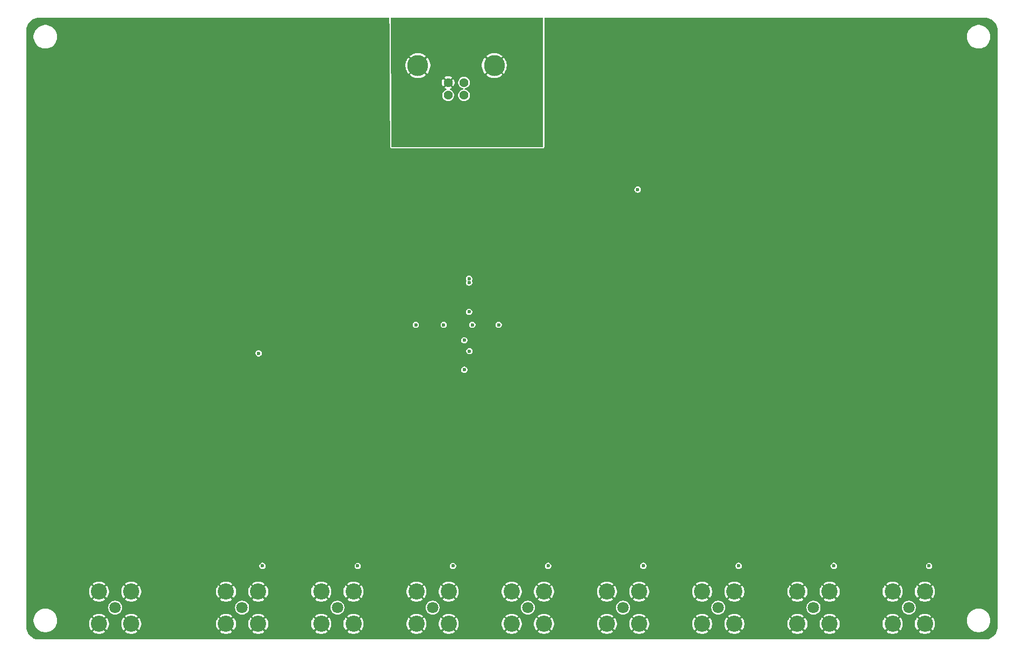
<source format=gbr>
%TF.GenerationSoftware,KiCad,Pcbnew,9.0.1*%
%TF.CreationDate,2025-12-24T17:34:11-06:00*%
%TF.ProjectId,opensync_prototype,6f70656e-7379-46e6-935f-70726f746f74,0.1*%
%TF.SameCoordinates,Original*%
%TF.FileFunction,Copper,L2,Inr*%
%TF.FilePolarity,Positive*%
%FSLAX46Y46*%
G04 Gerber Fmt 4.6, Leading zero omitted, Abs format (unit mm)*
G04 Created by KiCad (PCBNEW 9.0.1) date 2025-12-24 17:34:11*
%MOMM*%
%LPD*%
G01*
G04 APERTURE LIST*
%TA.AperFunction,ComponentPad*%
%ADD10C,1.428000*%
%TD*%
%TA.AperFunction,ComponentPad*%
%ADD11C,3.316000*%
%TD*%
%TA.AperFunction,ComponentPad*%
%ADD12C,0.600000*%
%TD*%
%TA.AperFunction,ComponentPad*%
%ADD13C,1.800000*%
%TD*%
%TA.AperFunction,ComponentPad*%
%ADD14C,2.550000*%
%TD*%
%TA.AperFunction,ViaPad*%
%ADD15C,0.600000*%
%TD*%
G04 APERTURE END LIST*
D10*
%TO.N,VBUS*%
%TO.C,J1*%
X129450000Y-58240000D03*
%TO.N,/Power and Data/USB_D-*%
X131950000Y-58240000D03*
%TO.N,/Power and Data/USB_D+*%
X131950000Y-56240000D03*
%TO.N,GND_BUS*%
X129450000Y-56240000D03*
D11*
X136720000Y-53530000D03*
X124680000Y-53530000D03*
%TD*%
D12*
%TO.N,GND*%
%TO.C,U2*%
X129866667Y-93466667D03*
X129866667Y-94600000D03*
X129866667Y-95733333D03*
X131000000Y-93466667D03*
X131000000Y-94600000D03*
X131000000Y-95733333D03*
X132133333Y-93466667D03*
X132133333Y-94600000D03*
X132133333Y-95733333D03*
%TD*%
D13*
%TO.N,Net-(J6-Pad1)*%
%TO.C,J6*%
X127000000Y-139000000D03*
D14*
%TO.N,GND*%
X129540000Y-136460000D03*
X124460000Y-136460000D03*
X124460000Y-141540000D03*
X129540000Y-141540000D03*
%TD*%
D13*
%TO.N,Net-(J10-Pad1)*%
%TO.C,J10*%
X187000000Y-139000000D03*
D14*
%TO.N,GND*%
X189540000Y-136460000D03*
X184460000Y-136460000D03*
X184460000Y-141540000D03*
X189540000Y-141540000D03*
%TD*%
D13*
%TO.N,Net-(J9-Pad1)*%
%TO.C,J9*%
X172000000Y-139000000D03*
D14*
%TO.N,GND*%
X174540000Y-136460000D03*
X169460000Y-136460000D03*
X169460000Y-141540000D03*
X174540000Y-141540000D03*
%TD*%
D13*
%TO.N,Net-(J4-Pad1)*%
%TO.C,J4*%
X97000000Y-139000000D03*
D14*
%TO.N,GND*%
X99540000Y-136460000D03*
X94460000Y-136460000D03*
X94460000Y-141540000D03*
X99540000Y-141540000D03*
%TD*%
D13*
%TO.N,Net-(J8-Pad1)*%
%TO.C,J8*%
X157000000Y-139000000D03*
D14*
%TO.N,GND*%
X159540000Y-136460000D03*
X154460000Y-136460000D03*
X154460000Y-141540000D03*
X159540000Y-141540000D03*
%TD*%
D13*
%TO.N,Net-(J11-Pad1)*%
%TO.C,J11*%
X202000000Y-139000000D03*
D14*
%TO.N,GND*%
X204540000Y-136460000D03*
X199460000Y-136460000D03*
X199460000Y-141540000D03*
X204540000Y-141540000D03*
%TD*%
D13*
%TO.N,Net-(J2-Pad1)*%
%TO.C,J2*%
X77000000Y-139000000D03*
D14*
%TO.N,GND*%
X79540000Y-136460000D03*
X74460000Y-136460000D03*
X74460000Y-141540000D03*
X79540000Y-141540000D03*
%TD*%
D13*
%TO.N,Net-(J7-Pad1)*%
%TO.C,J7*%
X142000000Y-139000000D03*
D14*
%TO.N,GND*%
X144540000Y-136460000D03*
X139460000Y-136460000D03*
X139460000Y-141540000D03*
X144540000Y-141540000D03*
%TD*%
D13*
%TO.N,Net-(J5-Pad1)*%
%TO.C,J5*%
X112000000Y-139000000D03*
D14*
%TO.N,GND*%
X114540000Y-136460000D03*
X109460000Y-136460000D03*
X109460000Y-141540000D03*
X114540000Y-141540000D03*
%TD*%
D15*
%TO.N,GND*%
X159400000Y-75600000D03*
X100200000Y-131400000D03*
X205150000Y-131400000D03*
X121750000Y-91700000D03*
X185150000Y-128750000D03*
X145150000Y-131400000D03*
X128950000Y-103450000D03*
X142600000Y-129300000D03*
X135900000Y-89300000D03*
X174400000Y-128350000D03*
X114400000Y-128350000D03*
X204400000Y-128350000D03*
X162285000Y-76000000D03*
X128350000Y-105000000D03*
X95950000Y-86900000D03*
X189400000Y-128350000D03*
X115200000Y-131400000D03*
X128450000Y-107750000D03*
X124750000Y-87200000D03*
X139750000Y-99100000D03*
X190200000Y-131400000D03*
X77650000Y-131000000D03*
X139950000Y-90300000D03*
X159400000Y-128350000D03*
X99400000Y-128350000D03*
X130000000Y-84550000D03*
X157600000Y-129300000D03*
X121750000Y-94400000D03*
X200150000Y-128800000D03*
X135050000Y-88050000D03*
X112600000Y-129300000D03*
X133150000Y-103450000D03*
X133850000Y-105000000D03*
X155150000Y-128800000D03*
X125100000Y-101300000D03*
X135050000Y-87450000D03*
X133650000Y-109450000D03*
X170150000Y-128800000D03*
X187600000Y-129300000D03*
X88750000Y-101000000D03*
X143000000Y-72900000D03*
X127600000Y-129300000D03*
X172600000Y-129300000D03*
X162185000Y-87300000D03*
X175150000Y-131400000D03*
X140150000Y-128800000D03*
X78800000Y-134200000D03*
X121750000Y-96800000D03*
X156300000Y-70400000D03*
X110150000Y-128800000D03*
X130150000Y-131400000D03*
X95150000Y-128800000D03*
X202600000Y-129300000D03*
X129400000Y-128400000D03*
X119000000Y-95850000D03*
X140250000Y-94100000D03*
X160200000Y-131400000D03*
X74500000Y-126500000D03*
X144400000Y-128400000D03*
X128650000Y-86700000D03*
X124750000Y-88150000D03*
X125150000Y-128800000D03*
X140250000Y-95100000D03*
X124750000Y-86250000D03*
X97600000Y-129300000D03*
%TO.N,+1V1*%
X132750000Y-87750000D03*
X132000000Y-101500000D03*
X133250000Y-94400000D03*
X128750000Y-94400000D03*
X132750000Y-92350000D03*
X124350000Y-94400000D03*
X137400000Y-94400000D03*
X132000000Y-96850000D03*
X132750000Y-87150000D03*
%TO.N,GND_BUS*%
X126630000Y-61600000D03*
X143125000Y-65300000D03*
%TO.N,+5V*%
X205200000Y-132400000D03*
X130200000Y-132400000D03*
X175200000Y-132400000D03*
X145200000Y-132400000D03*
X159300000Y-73100000D03*
X100200000Y-132400000D03*
X115200000Y-132400000D03*
X160200000Y-132400000D03*
X190200000Y-132400000D03*
%TO.N,/Microcontroller and Ext. Clock/RUN*%
X99600000Y-98900000D03*
X132800000Y-98550000D03*
%TD*%
%TA.AperFunction,Conductor*%
%TO.N,GND_BUS*%
G36*
X144359191Y-46019407D02*
G01*
X144395155Y-46068907D01*
X144400000Y-46099500D01*
X144400000Y-66321000D01*
X144381093Y-66379191D01*
X144331593Y-66415155D01*
X144301000Y-66420000D01*
X120605106Y-66420000D01*
X120546915Y-66401093D01*
X120510951Y-66351593D01*
X120506107Y-66321495D01*
X120470272Y-59154499D01*
X120455200Y-56140127D01*
X128436000Y-56140127D01*
X128436000Y-56339872D01*
X128474968Y-56535772D01*
X128474968Y-56535774D01*
X128551402Y-56720304D01*
X128551408Y-56720316D01*
X128633977Y-56843887D01*
X129035610Y-56442253D01*
X129081909Y-56522446D01*
X129167554Y-56608091D01*
X129247743Y-56654388D01*
X128846111Y-57056021D01*
X128969694Y-57138596D01*
X129123693Y-57202384D01*
X129170219Y-57242120D01*
X129184503Y-57301615D01*
X129161089Y-57358143D01*
X129123694Y-57385312D01*
X129016822Y-57429580D01*
X128867043Y-57529658D01*
X128739658Y-57657043D01*
X128639580Y-57806822D01*
X128570643Y-57973251D01*
X128535500Y-58149927D01*
X128535500Y-58330072D01*
X128570643Y-58506748D01*
X128639580Y-58673177D01*
X128639581Y-58673178D01*
X128739661Y-58822960D01*
X128867040Y-58950339D01*
X129016822Y-59050419D01*
X129183250Y-59119356D01*
X129359930Y-59154500D01*
X129359931Y-59154500D01*
X129540069Y-59154500D01*
X129540070Y-59154500D01*
X129716750Y-59119356D01*
X129883178Y-59050419D01*
X130032960Y-58950339D01*
X130160339Y-58822960D01*
X130260419Y-58673178D01*
X130329356Y-58506750D01*
X130364500Y-58330070D01*
X130364500Y-58149930D01*
X130329356Y-57973250D01*
X130260419Y-57806822D01*
X130160339Y-57657040D01*
X130032960Y-57529661D01*
X129883178Y-57429581D01*
X129883179Y-57429581D01*
X129883177Y-57429580D01*
X129776305Y-57385312D01*
X129729779Y-57345575D01*
X129715496Y-57286080D01*
X129738911Y-57229552D01*
X129776306Y-57202384D01*
X129930306Y-57138596D01*
X130053887Y-57056021D01*
X129652255Y-56654389D01*
X129732446Y-56608091D01*
X129818091Y-56522446D01*
X129864389Y-56442255D01*
X130266021Y-56843887D01*
X130348596Y-56720306D01*
X130425031Y-56535774D01*
X130425031Y-56535772D01*
X130463999Y-56339872D01*
X130464000Y-56339868D01*
X130464000Y-56149927D01*
X131035500Y-56149927D01*
X131035500Y-56330072D01*
X131070643Y-56506748D01*
X131139580Y-56673177D01*
X131171077Y-56720316D01*
X131239661Y-56822960D01*
X131367040Y-56950339D01*
X131516822Y-57050419D01*
X131683250Y-57119356D01*
X131737378Y-57130122D01*
X131801622Y-57142902D01*
X131855006Y-57172799D01*
X131880622Y-57228364D01*
X131868685Y-57288374D01*
X131823755Y-57329906D01*
X131801622Y-57337098D01*
X131683251Y-57360643D01*
X131516822Y-57429580D01*
X131367043Y-57529658D01*
X131239658Y-57657043D01*
X131139580Y-57806822D01*
X131070643Y-57973251D01*
X131035500Y-58149927D01*
X131035500Y-58330072D01*
X131070643Y-58506748D01*
X131139580Y-58673177D01*
X131139581Y-58673178D01*
X131239661Y-58822960D01*
X131367040Y-58950339D01*
X131516822Y-59050419D01*
X131683250Y-59119356D01*
X131859930Y-59154500D01*
X131859931Y-59154500D01*
X132040069Y-59154500D01*
X132040070Y-59154500D01*
X132216750Y-59119356D01*
X132383178Y-59050419D01*
X132532960Y-58950339D01*
X132660339Y-58822960D01*
X132760419Y-58673178D01*
X132829356Y-58506750D01*
X132864500Y-58330070D01*
X132864500Y-58149930D01*
X132829356Y-57973250D01*
X132760419Y-57806822D01*
X132660339Y-57657040D01*
X132532960Y-57529661D01*
X132383178Y-57429581D01*
X132383179Y-57429581D01*
X132383177Y-57429580D01*
X132216748Y-57360643D01*
X132098377Y-57337098D01*
X132044993Y-57307201D01*
X132019377Y-57251636D01*
X132031314Y-57191626D01*
X132076244Y-57150094D01*
X132098377Y-57142902D01*
X132120024Y-57138596D01*
X132216750Y-57119356D01*
X132383178Y-57050419D01*
X132532960Y-56950339D01*
X132660339Y-56822960D01*
X132760419Y-56673178D01*
X132829356Y-56506750D01*
X132864500Y-56330070D01*
X132864500Y-56149930D01*
X132829356Y-55973250D01*
X132760419Y-55806822D01*
X132660339Y-55657040D01*
X132532960Y-55529661D01*
X132532956Y-55529658D01*
X132383177Y-55429580D01*
X132216748Y-55360643D01*
X132040072Y-55325500D01*
X132040070Y-55325500D01*
X131859930Y-55325500D01*
X131859927Y-55325500D01*
X131683251Y-55360643D01*
X131516822Y-55429580D01*
X131367043Y-55529658D01*
X131239658Y-55657043D01*
X131139580Y-55806822D01*
X131070643Y-55973251D01*
X131035500Y-56149927D01*
X130464000Y-56149927D01*
X130464000Y-56140131D01*
X130463999Y-56140127D01*
X130425031Y-55944227D01*
X130425031Y-55944225D01*
X130348596Y-55759694D01*
X130266021Y-55636111D01*
X129864388Y-56037743D01*
X129818091Y-55957554D01*
X129732446Y-55871909D01*
X129652253Y-55825610D01*
X130053887Y-55423977D01*
X129930316Y-55341408D01*
X129930304Y-55341402D01*
X129745773Y-55264968D01*
X129549872Y-55226000D01*
X129350127Y-55226000D01*
X129154227Y-55264968D01*
X129154225Y-55264968D01*
X128969693Y-55341403D01*
X128846111Y-55423977D01*
X129247744Y-55825610D01*
X129167554Y-55871909D01*
X129081909Y-55957554D01*
X129035610Y-56037744D01*
X128633977Y-55636111D01*
X128551403Y-55759693D01*
X128474968Y-55944225D01*
X128474968Y-55944227D01*
X128436000Y-56140127D01*
X120455200Y-56140127D01*
X120441508Y-53401665D01*
X122722000Y-53401665D01*
X122722000Y-53658334D01*
X122755501Y-53912798D01*
X122755501Y-53912803D01*
X122821931Y-54160721D01*
X122821935Y-54160734D01*
X122920151Y-54397851D01*
X123048491Y-54620143D01*
X123191434Y-54806430D01*
X123767422Y-54230441D01*
X123802829Y-54279175D01*
X123930825Y-54407171D01*
X123979555Y-54442575D01*
X123403567Y-55018564D01*
X123589856Y-55161508D01*
X123812148Y-55289848D01*
X124049265Y-55388064D01*
X124049278Y-55388068D01*
X124297198Y-55454498D01*
X124551665Y-55487999D01*
X124551667Y-55488000D01*
X124808333Y-55488000D01*
X124808334Y-55487999D01*
X125062798Y-55454498D01*
X125062803Y-55454498D01*
X125310721Y-55388068D01*
X125310734Y-55388064D01*
X125355776Y-55369408D01*
X125547851Y-55289848D01*
X125770143Y-55161508D01*
X125956431Y-55018564D01*
X125380443Y-54442576D01*
X125429175Y-54407171D01*
X125557171Y-54279175D01*
X125592576Y-54230443D01*
X126168564Y-54806431D01*
X126311508Y-54620143D01*
X126439848Y-54397851D01*
X126538064Y-54160734D01*
X126538068Y-54160721D01*
X126604498Y-53912803D01*
X126604498Y-53912798D01*
X126637999Y-53658334D01*
X126638000Y-53658333D01*
X126638000Y-53401667D01*
X126637999Y-53401665D01*
X134762000Y-53401665D01*
X134762000Y-53658334D01*
X134795501Y-53912798D01*
X134795501Y-53912803D01*
X134861931Y-54160721D01*
X134861935Y-54160734D01*
X134960151Y-54397851D01*
X135088491Y-54620143D01*
X135231434Y-54806430D01*
X135807422Y-54230441D01*
X135842829Y-54279175D01*
X135970825Y-54407171D01*
X136019555Y-54442575D01*
X135443567Y-55018564D01*
X135629856Y-55161508D01*
X135852148Y-55289848D01*
X136089265Y-55388064D01*
X136089278Y-55388068D01*
X136337198Y-55454498D01*
X136591665Y-55487999D01*
X136591667Y-55488000D01*
X136848333Y-55488000D01*
X136848334Y-55487999D01*
X137102798Y-55454498D01*
X137102803Y-55454498D01*
X137350721Y-55388068D01*
X137350734Y-55388064D01*
X137587851Y-55289848D01*
X137810143Y-55161508D01*
X137996431Y-55018564D01*
X137420443Y-54442576D01*
X137469175Y-54407171D01*
X137597171Y-54279175D01*
X137632576Y-54230443D01*
X138208564Y-54806431D01*
X138351508Y-54620143D01*
X138479848Y-54397851D01*
X138578064Y-54160734D01*
X138578068Y-54160721D01*
X138644498Y-53912803D01*
X138644498Y-53912798D01*
X138677999Y-53658334D01*
X138678000Y-53658333D01*
X138678000Y-53401667D01*
X138677999Y-53401665D01*
X138644498Y-53147201D01*
X138644498Y-53147196D01*
X138578068Y-52899278D01*
X138578064Y-52899265D01*
X138479848Y-52662148D01*
X138351508Y-52439856D01*
X138208563Y-52253567D01*
X137632575Y-52829555D01*
X137597171Y-52780825D01*
X137469175Y-52652829D01*
X137420442Y-52617422D01*
X137996431Y-52041434D01*
X137810143Y-51898491D01*
X137587851Y-51770151D01*
X137350734Y-51671935D01*
X137350721Y-51671931D01*
X137102801Y-51605501D01*
X136848334Y-51572000D01*
X136591665Y-51572000D01*
X136337201Y-51605501D01*
X136337196Y-51605501D01*
X136089278Y-51671931D01*
X136089265Y-51671935D01*
X135852148Y-51770151D01*
X135629856Y-51898491D01*
X135443567Y-52041434D01*
X136019556Y-52617423D01*
X135970825Y-52652829D01*
X135842829Y-52780825D01*
X135807423Y-52829556D01*
X135231434Y-52253567D01*
X135088491Y-52439856D01*
X134960151Y-52662148D01*
X134861935Y-52899265D01*
X134861931Y-52899278D01*
X134795501Y-53147196D01*
X134795501Y-53147201D01*
X134762000Y-53401665D01*
X126637999Y-53401665D01*
X126604498Y-53147201D01*
X126604498Y-53147196D01*
X126538068Y-52899278D01*
X126538064Y-52899265D01*
X126439848Y-52662148D01*
X126311508Y-52439856D01*
X126168563Y-52253567D01*
X125592575Y-52829555D01*
X125557171Y-52780825D01*
X125429175Y-52652829D01*
X125380442Y-52617422D01*
X125956431Y-52041434D01*
X125770143Y-51898491D01*
X125547851Y-51770151D01*
X125310734Y-51671935D01*
X125310721Y-51671931D01*
X125062801Y-51605501D01*
X124808334Y-51572000D01*
X124551665Y-51572000D01*
X124297201Y-51605501D01*
X124297196Y-51605501D01*
X124049278Y-51671931D01*
X124049265Y-51671935D01*
X123812148Y-51770151D01*
X123589856Y-51898491D01*
X123403567Y-52041434D01*
X123979556Y-52617423D01*
X123930825Y-52652829D01*
X123802829Y-52780825D01*
X123767423Y-52829556D01*
X123191434Y-52253567D01*
X123048491Y-52439856D01*
X122920151Y-52662148D01*
X122821935Y-52899265D01*
X122821931Y-52899278D01*
X122755501Y-53147196D01*
X122755501Y-53147201D01*
X122722000Y-53401665D01*
X120441508Y-53401665D01*
X120404999Y-46099991D01*
X120423615Y-46041710D01*
X120472935Y-46005500D01*
X120503998Y-46000500D01*
X144301000Y-46000500D01*
X144359191Y-46019407D01*
G37*
%TD.AperFunction*%
%TD*%
%TA.AperFunction,Conductor*%
%TO.N,GND*%
G36*
X120158684Y-46019407D02*
G01*
X120194648Y-46068907D01*
X120199492Y-46099005D01*
X120199502Y-46101018D01*
X120199502Y-46101019D01*
X120207883Y-47777262D01*
X120236011Y-53402693D01*
X120236011Y-53402695D01*
X120236073Y-53415133D01*
X120246367Y-55473947D01*
X120249703Y-56141154D01*
X120249799Y-56160366D01*
X120259848Y-58170165D01*
X120300610Y-66322516D01*
X120300611Y-66322536D01*
X120303216Y-66354139D01*
X120303218Y-66354148D01*
X120308062Y-66384246D01*
X120308754Y-66388287D01*
X120344698Y-66472383D01*
X120380662Y-66521883D01*
X120404903Y-66549628D01*
X120483413Y-66596536D01*
X120541604Y-66615443D01*
X120553658Y-66617352D01*
X120605102Y-66625500D01*
X120605106Y-66625500D01*
X144300993Y-66625500D01*
X144301000Y-66625500D01*
X144333144Y-66622970D01*
X144363737Y-66618125D01*
X144363748Y-66618123D01*
X144363793Y-66618116D01*
X144368281Y-66617353D01*
X144368280Y-66617353D01*
X144368287Y-66617352D01*
X144452383Y-66581408D01*
X144501883Y-66545444D01*
X144529628Y-66521203D01*
X144576536Y-66442693D01*
X144595443Y-66384502D01*
X144605500Y-66321000D01*
X144605500Y-48878710D01*
X211149500Y-48878710D01*
X211149500Y-49121289D01*
X211181161Y-49361781D01*
X211181161Y-49361786D01*
X211243944Y-49596092D01*
X211243948Y-49596105D01*
X211336772Y-49820204D01*
X211336774Y-49820208D01*
X211336776Y-49820212D01*
X211458064Y-50030289D01*
X211458066Y-50030292D01*
X211605729Y-50222731D01*
X211605731Y-50222733D01*
X211605735Y-50222738D01*
X211777262Y-50394265D01*
X211777266Y-50394268D01*
X211777268Y-50394270D01*
X211969707Y-50541933D01*
X211969711Y-50541936D01*
X212179788Y-50663224D01*
X212403900Y-50756054D01*
X212638211Y-50818838D01*
X212878712Y-50850500D01*
X212878713Y-50850500D01*
X213121287Y-50850500D01*
X213121288Y-50850500D01*
X213361789Y-50818838D01*
X213596100Y-50756054D01*
X213820212Y-50663224D01*
X214030289Y-50541936D01*
X214222738Y-50394265D01*
X214394265Y-50222738D01*
X214541936Y-50030289D01*
X214663224Y-49820212D01*
X214756054Y-49596100D01*
X214818838Y-49361789D01*
X214850500Y-49121288D01*
X214850500Y-48878712D01*
X214818838Y-48638211D01*
X214756054Y-48403900D01*
X214663224Y-48179788D01*
X214541936Y-47969711D01*
X214394265Y-47777262D01*
X214222738Y-47605735D01*
X214222733Y-47605731D01*
X214222731Y-47605729D01*
X214030292Y-47458066D01*
X214030289Y-47458064D01*
X213820212Y-47336776D01*
X213820208Y-47336774D01*
X213820204Y-47336772D01*
X213596105Y-47243948D01*
X213596104Y-47243947D01*
X213596100Y-47243946D01*
X213361789Y-47181162D01*
X213361786Y-47181161D01*
X213361784Y-47181161D01*
X213121289Y-47149500D01*
X213121288Y-47149500D01*
X212878712Y-47149500D01*
X212878710Y-47149500D01*
X212638218Y-47181161D01*
X212638213Y-47181161D01*
X212403907Y-47243944D01*
X212403894Y-47243948D01*
X212179795Y-47336772D01*
X211969707Y-47458066D01*
X211777268Y-47605729D01*
X211605729Y-47777268D01*
X211458066Y-47969707D01*
X211336772Y-48179795D01*
X211243948Y-48403894D01*
X211243944Y-48403907D01*
X211181161Y-48638213D01*
X211181161Y-48638218D01*
X211149500Y-48878710D01*
X144605500Y-48878710D01*
X144605500Y-46099500D01*
X144624407Y-46041309D01*
X144673907Y-46005345D01*
X144704500Y-46000500D01*
X213907290Y-46000500D01*
X213996759Y-46000500D01*
X214003234Y-46000712D01*
X214254517Y-46017181D01*
X214267342Y-46018870D01*
X214511150Y-46067366D01*
X214523650Y-46070715D01*
X214606988Y-46099005D01*
X214759033Y-46150618D01*
X214770996Y-46155574D01*
X214993929Y-46265512D01*
X215005145Y-46271987D01*
X215211824Y-46410086D01*
X215222097Y-46417969D01*
X215408981Y-46581861D01*
X215418138Y-46591018D01*
X215582030Y-46777902D01*
X215589913Y-46788175D01*
X215728012Y-46994854D01*
X215734487Y-47006070D01*
X215844425Y-47229003D01*
X215849381Y-47240966D01*
X215929282Y-47476344D01*
X215932634Y-47488853D01*
X215981128Y-47732650D01*
X215982818Y-47745489D01*
X215999288Y-47996765D01*
X215999500Y-48003240D01*
X215999500Y-141996759D01*
X215999288Y-142003234D01*
X215982818Y-142254510D01*
X215981128Y-142267349D01*
X215932634Y-142511146D01*
X215929282Y-142523655D01*
X215849381Y-142759033D01*
X215844425Y-142770996D01*
X215734487Y-142993929D01*
X215728012Y-143005145D01*
X215589913Y-143211824D01*
X215582030Y-143222097D01*
X215418138Y-143408981D01*
X215408981Y-143418138D01*
X215222097Y-143582030D01*
X215211824Y-143589913D01*
X215005145Y-143728012D01*
X214993929Y-143734487D01*
X214770996Y-143844425D01*
X214759033Y-143849381D01*
X214523655Y-143929282D01*
X214511146Y-143932634D01*
X214267349Y-143981128D01*
X214254510Y-143982818D01*
X214003234Y-143999288D01*
X213996759Y-143999500D01*
X65003241Y-143999500D01*
X64996766Y-143999288D01*
X64745489Y-143982818D01*
X64732650Y-143981128D01*
X64488853Y-143932634D01*
X64476344Y-143929282D01*
X64240966Y-143849381D01*
X64229003Y-143844425D01*
X64006070Y-143734487D01*
X63994854Y-143728012D01*
X63788175Y-143589913D01*
X63777902Y-143582030D01*
X63591018Y-143418138D01*
X63581861Y-143408981D01*
X63417969Y-143222097D01*
X63410086Y-143211824D01*
X63271987Y-143005145D01*
X63265512Y-142993929D01*
X63155574Y-142770996D01*
X63150618Y-142759033D01*
X63070717Y-142523655D01*
X63067365Y-142511146D01*
X63043268Y-142390000D01*
X63018870Y-142267342D01*
X63017181Y-142254510D01*
X63015098Y-142222731D01*
X63000712Y-142003234D01*
X63000500Y-141996759D01*
X63000500Y-140878710D01*
X64149500Y-140878710D01*
X64149500Y-141121289D01*
X64181161Y-141361781D01*
X64181161Y-141361786D01*
X64243944Y-141596092D01*
X64243948Y-141596105D01*
X64336772Y-141820204D01*
X64336774Y-141820208D01*
X64336776Y-141820212D01*
X64440577Y-142000000D01*
X64458066Y-142030292D01*
X64605729Y-142222731D01*
X64605731Y-142222733D01*
X64605735Y-142222738D01*
X64777262Y-142394265D01*
X64777266Y-142394268D01*
X64777268Y-142394270D01*
X64937877Y-142517509D01*
X64969711Y-142541936D01*
X65179788Y-142663224D01*
X65403900Y-142756054D01*
X65638211Y-142818838D01*
X65878712Y-142850500D01*
X65878713Y-142850500D01*
X66121287Y-142850500D01*
X66121288Y-142850500D01*
X66361789Y-142818838D01*
X66596100Y-142756054D01*
X66759755Y-142688265D01*
X66820208Y-142663226D01*
X66820209Y-142663224D01*
X66820212Y-142663224D01*
X67030289Y-142541936D01*
X67222738Y-142394265D01*
X67394265Y-142222738D01*
X67541936Y-142030289D01*
X67663224Y-141820212D01*
X67756054Y-141596100D01*
X67804301Y-141416041D01*
X72885000Y-141416041D01*
X72885000Y-141663958D01*
X72923781Y-141908810D01*
X73000389Y-142144588D01*
X73112937Y-142365477D01*
X73243157Y-142544708D01*
X73762214Y-142025650D01*
X73799762Y-142081844D01*
X73918156Y-142200238D01*
X73974347Y-142237783D01*
X73455289Y-142756841D01*
X73634522Y-142887062D01*
X73855411Y-142999610D01*
X74091189Y-143076218D01*
X74336042Y-143115000D01*
X74583958Y-143115000D01*
X74828810Y-143076218D01*
X75064588Y-142999610D01*
X75285479Y-142887061D01*
X75285485Y-142887057D01*
X75464709Y-142756842D01*
X75464709Y-142756841D01*
X74945651Y-142237784D01*
X75001844Y-142200238D01*
X75120238Y-142081844D01*
X75157784Y-142025651D01*
X75676841Y-142544709D01*
X75676842Y-142544709D01*
X75807057Y-142365485D01*
X75807061Y-142365479D01*
X75919610Y-142144588D01*
X75996218Y-141908810D01*
X76035000Y-141663958D01*
X76035000Y-141416041D01*
X77965000Y-141416041D01*
X77965000Y-141663958D01*
X78003781Y-141908810D01*
X78080389Y-142144588D01*
X78192937Y-142365477D01*
X78323157Y-142544708D01*
X78842214Y-142025650D01*
X78879762Y-142081844D01*
X78998156Y-142200238D01*
X79054347Y-142237783D01*
X78535289Y-142756841D01*
X78714522Y-142887062D01*
X78935411Y-142999610D01*
X79171189Y-143076218D01*
X79416042Y-143115000D01*
X79663958Y-143115000D01*
X79908810Y-143076218D01*
X80144588Y-142999610D01*
X80365479Y-142887061D01*
X80365485Y-142887057D01*
X80544709Y-142756842D01*
X80544709Y-142756841D01*
X80025651Y-142237784D01*
X80081844Y-142200238D01*
X80200238Y-142081844D01*
X80237784Y-142025651D01*
X80756841Y-142544709D01*
X80756842Y-142544709D01*
X80887057Y-142365485D01*
X80887061Y-142365479D01*
X80999610Y-142144588D01*
X81076218Y-141908810D01*
X81115000Y-141663958D01*
X81115000Y-141416041D01*
X92885000Y-141416041D01*
X92885000Y-141663958D01*
X92923781Y-141908810D01*
X93000389Y-142144588D01*
X93112937Y-142365477D01*
X93243157Y-142544708D01*
X93762214Y-142025650D01*
X93799762Y-142081844D01*
X93918156Y-142200238D01*
X93974347Y-142237783D01*
X93455289Y-142756841D01*
X93634522Y-142887062D01*
X93855411Y-142999610D01*
X94091189Y-143076218D01*
X94336042Y-143115000D01*
X94583958Y-143115000D01*
X94828810Y-143076218D01*
X95064588Y-142999610D01*
X95285479Y-142887061D01*
X95285485Y-142887057D01*
X95464709Y-142756842D01*
X95464709Y-142756841D01*
X94945651Y-142237784D01*
X95001844Y-142200238D01*
X95120238Y-142081844D01*
X95157784Y-142025651D01*
X95676841Y-142544709D01*
X95676842Y-142544709D01*
X95807057Y-142365485D01*
X95807061Y-142365479D01*
X95919610Y-142144588D01*
X95996218Y-141908810D01*
X96035000Y-141663958D01*
X96035000Y-141416041D01*
X97965000Y-141416041D01*
X97965000Y-141663958D01*
X98003781Y-141908810D01*
X98080389Y-142144588D01*
X98192937Y-142365477D01*
X98323157Y-142544708D01*
X98842214Y-142025650D01*
X98879762Y-142081844D01*
X98998156Y-142200238D01*
X99054347Y-142237783D01*
X98535289Y-142756841D01*
X98714522Y-142887062D01*
X98935411Y-142999610D01*
X99171189Y-143076218D01*
X99416042Y-143115000D01*
X99663958Y-143115000D01*
X99908810Y-143076218D01*
X100144588Y-142999610D01*
X100365479Y-142887061D01*
X100365485Y-142887057D01*
X100544709Y-142756842D01*
X100544709Y-142756841D01*
X100025651Y-142237784D01*
X100081844Y-142200238D01*
X100200238Y-142081844D01*
X100237784Y-142025651D01*
X100756841Y-142544709D01*
X100756842Y-142544709D01*
X100887057Y-142365485D01*
X100887061Y-142365479D01*
X100999610Y-142144588D01*
X101076218Y-141908810D01*
X101115000Y-141663958D01*
X101115000Y-141416041D01*
X107885000Y-141416041D01*
X107885000Y-141663958D01*
X107923781Y-141908810D01*
X108000389Y-142144588D01*
X108112937Y-142365477D01*
X108243157Y-142544708D01*
X108762214Y-142025650D01*
X108799762Y-142081844D01*
X108918156Y-142200238D01*
X108974347Y-142237783D01*
X108455289Y-142756841D01*
X108634522Y-142887062D01*
X108855411Y-142999610D01*
X109091189Y-143076218D01*
X109336042Y-143115000D01*
X109583958Y-143115000D01*
X109828810Y-143076218D01*
X110064588Y-142999610D01*
X110285479Y-142887061D01*
X110285485Y-142887057D01*
X110464709Y-142756842D01*
X110464709Y-142756841D01*
X109945651Y-142237784D01*
X110001844Y-142200238D01*
X110120238Y-142081844D01*
X110157784Y-142025651D01*
X110676841Y-142544709D01*
X110676842Y-142544709D01*
X110807057Y-142365485D01*
X110807061Y-142365479D01*
X110919610Y-142144588D01*
X110996218Y-141908810D01*
X111035000Y-141663958D01*
X111035000Y-141416041D01*
X112965000Y-141416041D01*
X112965000Y-141663958D01*
X113003781Y-141908810D01*
X113080389Y-142144588D01*
X113192937Y-142365477D01*
X113323157Y-142544708D01*
X113842214Y-142025650D01*
X113879762Y-142081844D01*
X113998156Y-142200238D01*
X114054347Y-142237783D01*
X113535289Y-142756841D01*
X113714522Y-142887062D01*
X113935411Y-142999610D01*
X114171189Y-143076218D01*
X114416042Y-143115000D01*
X114663958Y-143115000D01*
X114908810Y-143076218D01*
X115144588Y-142999610D01*
X115365479Y-142887061D01*
X115365485Y-142887057D01*
X115544709Y-142756842D01*
X115544709Y-142756841D01*
X115025651Y-142237784D01*
X115081844Y-142200238D01*
X115200238Y-142081844D01*
X115237784Y-142025651D01*
X115756841Y-142544709D01*
X115756842Y-142544709D01*
X115887057Y-142365485D01*
X115887061Y-142365479D01*
X115999610Y-142144588D01*
X116076218Y-141908810D01*
X116115000Y-141663958D01*
X116115000Y-141416041D01*
X122885000Y-141416041D01*
X122885000Y-141663958D01*
X122923781Y-141908810D01*
X123000389Y-142144588D01*
X123112937Y-142365477D01*
X123243157Y-142544708D01*
X123762214Y-142025650D01*
X123799762Y-142081844D01*
X123918156Y-142200238D01*
X123974347Y-142237783D01*
X123455289Y-142756841D01*
X123634522Y-142887062D01*
X123855411Y-142999610D01*
X124091189Y-143076218D01*
X124336042Y-143115000D01*
X124583958Y-143115000D01*
X124828810Y-143076218D01*
X125064588Y-142999610D01*
X125285479Y-142887061D01*
X125285485Y-142887057D01*
X125464709Y-142756842D01*
X125464709Y-142756841D01*
X124945651Y-142237784D01*
X125001844Y-142200238D01*
X125120238Y-142081844D01*
X125157784Y-142025651D01*
X125676841Y-142544709D01*
X125676842Y-142544709D01*
X125807057Y-142365485D01*
X125807061Y-142365479D01*
X125919610Y-142144588D01*
X125996218Y-141908810D01*
X126035000Y-141663958D01*
X126035000Y-141416041D01*
X127965000Y-141416041D01*
X127965000Y-141663958D01*
X128003781Y-141908810D01*
X128080389Y-142144588D01*
X128192937Y-142365477D01*
X128323157Y-142544708D01*
X128842214Y-142025650D01*
X128879762Y-142081844D01*
X128998156Y-142200238D01*
X129054347Y-142237783D01*
X128535289Y-142756841D01*
X128714522Y-142887062D01*
X128935411Y-142999610D01*
X129171189Y-143076218D01*
X129416042Y-143115000D01*
X129663958Y-143115000D01*
X129908810Y-143076218D01*
X130144588Y-142999610D01*
X130365479Y-142887061D01*
X130365485Y-142887057D01*
X130544709Y-142756842D01*
X130544709Y-142756841D01*
X130025651Y-142237784D01*
X130081844Y-142200238D01*
X130200238Y-142081844D01*
X130237784Y-142025651D01*
X130756841Y-142544709D01*
X130756842Y-142544709D01*
X130887057Y-142365485D01*
X130887061Y-142365479D01*
X130999610Y-142144588D01*
X131076218Y-141908810D01*
X131115000Y-141663958D01*
X131115000Y-141416041D01*
X137885000Y-141416041D01*
X137885000Y-141663958D01*
X137923781Y-141908810D01*
X138000389Y-142144588D01*
X138112937Y-142365477D01*
X138243157Y-142544708D01*
X138762214Y-142025650D01*
X138799762Y-142081844D01*
X138918156Y-142200238D01*
X138974347Y-142237783D01*
X138455289Y-142756841D01*
X138634522Y-142887062D01*
X138855411Y-142999610D01*
X139091189Y-143076218D01*
X139336042Y-143115000D01*
X139583958Y-143115000D01*
X139828810Y-143076218D01*
X140064588Y-142999610D01*
X140285479Y-142887061D01*
X140285485Y-142887057D01*
X140464709Y-142756842D01*
X140464709Y-142756841D01*
X139945651Y-142237784D01*
X140001844Y-142200238D01*
X140120238Y-142081844D01*
X140157784Y-142025651D01*
X140676841Y-142544709D01*
X140676842Y-142544709D01*
X140807057Y-142365485D01*
X140807061Y-142365479D01*
X140919610Y-142144588D01*
X140996218Y-141908810D01*
X141035000Y-141663958D01*
X141035000Y-141416041D01*
X142965000Y-141416041D01*
X142965000Y-141663958D01*
X143003781Y-141908810D01*
X143080389Y-142144588D01*
X143192937Y-142365477D01*
X143323157Y-142544708D01*
X143842214Y-142025650D01*
X143879762Y-142081844D01*
X143998156Y-142200238D01*
X144054347Y-142237783D01*
X143535289Y-142756841D01*
X143714522Y-142887062D01*
X143935411Y-142999610D01*
X144171189Y-143076218D01*
X144416042Y-143115000D01*
X144663958Y-143115000D01*
X144908810Y-143076218D01*
X145144588Y-142999610D01*
X145365479Y-142887061D01*
X145365485Y-142887057D01*
X145544709Y-142756842D01*
X145544709Y-142756841D01*
X145025651Y-142237784D01*
X145081844Y-142200238D01*
X145200238Y-142081844D01*
X145237784Y-142025651D01*
X145756841Y-142544709D01*
X145756842Y-142544709D01*
X145887057Y-142365485D01*
X145887061Y-142365479D01*
X145999610Y-142144588D01*
X146076218Y-141908810D01*
X146115000Y-141663958D01*
X146115000Y-141416041D01*
X152885000Y-141416041D01*
X152885000Y-141663958D01*
X152923781Y-141908810D01*
X153000389Y-142144588D01*
X153112937Y-142365477D01*
X153243157Y-142544708D01*
X153762214Y-142025650D01*
X153799762Y-142081844D01*
X153918156Y-142200238D01*
X153974347Y-142237783D01*
X153455289Y-142756841D01*
X153634522Y-142887062D01*
X153855411Y-142999610D01*
X154091189Y-143076218D01*
X154336042Y-143115000D01*
X154583958Y-143115000D01*
X154828810Y-143076218D01*
X155064588Y-142999610D01*
X155285479Y-142887061D01*
X155285485Y-142887057D01*
X155464709Y-142756842D01*
X155464709Y-142756841D01*
X154945651Y-142237784D01*
X155001844Y-142200238D01*
X155120238Y-142081844D01*
X155157784Y-142025651D01*
X155676841Y-142544709D01*
X155676842Y-142544709D01*
X155807057Y-142365485D01*
X155807061Y-142365479D01*
X155919610Y-142144588D01*
X155996218Y-141908810D01*
X156035000Y-141663958D01*
X156035000Y-141416041D01*
X157965000Y-141416041D01*
X157965000Y-141663958D01*
X158003781Y-141908810D01*
X158080389Y-142144588D01*
X158192937Y-142365477D01*
X158323157Y-142544708D01*
X158842214Y-142025650D01*
X158879762Y-142081844D01*
X158998156Y-142200238D01*
X159054347Y-142237783D01*
X158535289Y-142756841D01*
X158714522Y-142887062D01*
X158935411Y-142999610D01*
X159171189Y-143076218D01*
X159416042Y-143115000D01*
X159663958Y-143115000D01*
X159908810Y-143076218D01*
X160144588Y-142999610D01*
X160365479Y-142887061D01*
X160365485Y-142887057D01*
X160544709Y-142756842D01*
X160544709Y-142756841D01*
X160025651Y-142237784D01*
X160081844Y-142200238D01*
X160200238Y-142081844D01*
X160237784Y-142025651D01*
X160756841Y-142544709D01*
X160756842Y-142544709D01*
X160887057Y-142365485D01*
X160887061Y-142365479D01*
X160999610Y-142144588D01*
X161076218Y-141908810D01*
X161115000Y-141663958D01*
X161115000Y-141416041D01*
X167885000Y-141416041D01*
X167885000Y-141663958D01*
X167923781Y-141908810D01*
X168000389Y-142144588D01*
X168112937Y-142365477D01*
X168243157Y-142544708D01*
X168762214Y-142025650D01*
X168799762Y-142081844D01*
X168918156Y-142200238D01*
X168974347Y-142237783D01*
X168455289Y-142756841D01*
X168634522Y-142887062D01*
X168855411Y-142999610D01*
X169091189Y-143076218D01*
X169336042Y-143115000D01*
X169583958Y-143115000D01*
X169828810Y-143076218D01*
X170064588Y-142999610D01*
X170285479Y-142887061D01*
X170285485Y-142887057D01*
X170464709Y-142756842D01*
X170464709Y-142756841D01*
X169945651Y-142237784D01*
X170001844Y-142200238D01*
X170120238Y-142081844D01*
X170157784Y-142025651D01*
X170676841Y-142544709D01*
X170676842Y-142544709D01*
X170807057Y-142365485D01*
X170807061Y-142365479D01*
X170919610Y-142144588D01*
X170996218Y-141908810D01*
X171035000Y-141663958D01*
X171035000Y-141416041D01*
X172965000Y-141416041D01*
X172965000Y-141663958D01*
X173003781Y-141908810D01*
X173080389Y-142144588D01*
X173192937Y-142365477D01*
X173323157Y-142544708D01*
X173842214Y-142025650D01*
X173879762Y-142081844D01*
X173998156Y-142200238D01*
X174054347Y-142237783D01*
X173535289Y-142756841D01*
X173714522Y-142887062D01*
X173935411Y-142999610D01*
X174171189Y-143076218D01*
X174416042Y-143115000D01*
X174663958Y-143115000D01*
X174908810Y-143076218D01*
X175144588Y-142999610D01*
X175365479Y-142887061D01*
X175365485Y-142887057D01*
X175544709Y-142756842D01*
X175544709Y-142756841D01*
X175025651Y-142237784D01*
X175081844Y-142200238D01*
X175200238Y-142081844D01*
X175237784Y-142025651D01*
X175756841Y-142544709D01*
X175756842Y-142544709D01*
X175887057Y-142365485D01*
X175887061Y-142365479D01*
X175999610Y-142144588D01*
X176076218Y-141908810D01*
X176115000Y-141663958D01*
X176115000Y-141416041D01*
X182885000Y-141416041D01*
X182885000Y-141663958D01*
X182923781Y-141908810D01*
X183000389Y-142144588D01*
X183112937Y-142365477D01*
X183243157Y-142544708D01*
X183762214Y-142025650D01*
X183799762Y-142081844D01*
X183918156Y-142200238D01*
X183974347Y-142237783D01*
X183455289Y-142756841D01*
X183634522Y-142887062D01*
X183855411Y-142999610D01*
X184091189Y-143076218D01*
X184336042Y-143115000D01*
X184583958Y-143115000D01*
X184828810Y-143076218D01*
X185064588Y-142999610D01*
X185285479Y-142887061D01*
X185285485Y-142887057D01*
X185464709Y-142756842D01*
X185464709Y-142756841D01*
X184945651Y-142237784D01*
X185001844Y-142200238D01*
X185120238Y-142081844D01*
X185157784Y-142025651D01*
X185676841Y-142544709D01*
X185676842Y-142544709D01*
X185807057Y-142365485D01*
X185807061Y-142365479D01*
X185919610Y-142144588D01*
X185996218Y-141908810D01*
X186035000Y-141663958D01*
X186035000Y-141416041D01*
X187965000Y-141416041D01*
X187965000Y-141663958D01*
X188003781Y-141908810D01*
X188080389Y-142144588D01*
X188192937Y-142365477D01*
X188323157Y-142544708D01*
X188842214Y-142025650D01*
X188879762Y-142081844D01*
X188998156Y-142200238D01*
X189054347Y-142237783D01*
X188535289Y-142756841D01*
X188714522Y-142887062D01*
X188935411Y-142999610D01*
X189171189Y-143076218D01*
X189416042Y-143115000D01*
X189663958Y-143115000D01*
X189908810Y-143076218D01*
X190144588Y-142999610D01*
X190365479Y-142887061D01*
X190365485Y-142887057D01*
X190544709Y-142756842D01*
X190544709Y-142756841D01*
X190025651Y-142237784D01*
X190081844Y-142200238D01*
X190200238Y-142081844D01*
X190237784Y-142025651D01*
X190756841Y-142544709D01*
X190756842Y-142544709D01*
X190887057Y-142365485D01*
X190887061Y-142365479D01*
X190999610Y-142144588D01*
X191076218Y-141908810D01*
X191115000Y-141663958D01*
X191115000Y-141416041D01*
X197885000Y-141416041D01*
X197885000Y-141663958D01*
X197923781Y-141908810D01*
X198000389Y-142144588D01*
X198112937Y-142365477D01*
X198243157Y-142544708D01*
X198762214Y-142025650D01*
X198799762Y-142081844D01*
X198918156Y-142200238D01*
X198974347Y-142237783D01*
X198455289Y-142756841D01*
X198634522Y-142887062D01*
X198855411Y-142999610D01*
X199091189Y-143076218D01*
X199336042Y-143115000D01*
X199583958Y-143115000D01*
X199828810Y-143076218D01*
X200064588Y-142999610D01*
X200285479Y-142887061D01*
X200285485Y-142887057D01*
X200464709Y-142756842D01*
X200464709Y-142756841D01*
X199945651Y-142237784D01*
X200001844Y-142200238D01*
X200120238Y-142081844D01*
X200157784Y-142025651D01*
X200676841Y-142544709D01*
X200676842Y-142544709D01*
X200807057Y-142365485D01*
X200807061Y-142365479D01*
X200919610Y-142144588D01*
X200996218Y-141908810D01*
X201035000Y-141663958D01*
X201035000Y-141416041D01*
X202965000Y-141416041D01*
X202965000Y-141663958D01*
X203003781Y-141908810D01*
X203080389Y-142144588D01*
X203192937Y-142365477D01*
X203323157Y-142544708D01*
X203842214Y-142025650D01*
X203879762Y-142081844D01*
X203998156Y-142200238D01*
X204054347Y-142237783D01*
X203535289Y-142756841D01*
X203714522Y-142887062D01*
X203935411Y-142999610D01*
X204171189Y-143076218D01*
X204416042Y-143115000D01*
X204663958Y-143115000D01*
X204908810Y-143076218D01*
X205144588Y-142999610D01*
X205365479Y-142887061D01*
X205365485Y-142887057D01*
X205544709Y-142756842D01*
X205544709Y-142756841D01*
X205025651Y-142237784D01*
X205081844Y-142200238D01*
X205200238Y-142081844D01*
X205237784Y-142025651D01*
X205756841Y-142544709D01*
X205756842Y-142544709D01*
X205887057Y-142365485D01*
X205887061Y-142365479D01*
X205999610Y-142144588D01*
X206076218Y-141908810D01*
X206115000Y-141663958D01*
X206115000Y-141416041D01*
X206076218Y-141171189D01*
X205999609Y-140935408D01*
X205991971Y-140920417D01*
X205991970Y-140920416D01*
X205970720Y-140878710D01*
X211149500Y-140878710D01*
X211149500Y-141121289D01*
X211181161Y-141361781D01*
X211181161Y-141361786D01*
X211243944Y-141596092D01*
X211243948Y-141596105D01*
X211336772Y-141820204D01*
X211336774Y-141820208D01*
X211336776Y-141820212D01*
X211440577Y-142000000D01*
X211458066Y-142030292D01*
X211605729Y-142222731D01*
X211605731Y-142222733D01*
X211605735Y-142222738D01*
X211777262Y-142394265D01*
X211777266Y-142394268D01*
X211777268Y-142394270D01*
X211937877Y-142517509D01*
X211969711Y-142541936D01*
X212179788Y-142663224D01*
X212403900Y-142756054D01*
X212638211Y-142818838D01*
X212878712Y-142850500D01*
X212878713Y-142850500D01*
X213121287Y-142850500D01*
X213121288Y-142850500D01*
X213361789Y-142818838D01*
X213596100Y-142756054D01*
X213820212Y-142663224D01*
X214030289Y-142541936D01*
X214222738Y-142394265D01*
X214394265Y-142222738D01*
X214541936Y-142030289D01*
X214663224Y-141820212D01*
X214756054Y-141596100D01*
X214818838Y-141361789D01*
X214850500Y-141121288D01*
X214850500Y-140878712D01*
X214818838Y-140638211D01*
X214756054Y-140403900D01*
X214668671Y-140192938D01*
X214663227Y-140179795D01*
X214663226Y-140179794D01*
X214663224Y-140179788D01*
X214541936Y-139969711D01*
X214394265Y-139777262D01*
X214222738Y-139605735D01*
X214222733Y-139605731D01*
X214222731Y-139605729D01*
X214030292Y-139458066D01*
X214030289Y-139458064D01*
X213820212Y-139336776D01*
X213820208Y-139336774D01*
X213820204Y-139336772D01*
X213596105Y-139243948D01*
X213596104Y-139243947D01*
X213596100Y-139243946D01*
X213361789Y-139181162D01*
X213361786Y-139181161D01*
X213361784Y-139181161D01*
X213121289Y-139149500D01*
X213121288Y-139149500D01*
X212878712Y-139149500D01*
X212878710Y-139149500D01*
X212638218Y-139181161D01*
X212638213Y-139181161D01*
X212403907Y-139243944D01*
X212403894Y-139243948D01*
X212179795Y-139336772D01*
X211969707Y-139458066D01*
X211777268Y-139605729D01*
X211605729Y-139777268D01*
X211458066Y-139969707D01*
X211336772Y-140179795D01*
X211243948Y-140403894D01*
X211243944Y-140403907D01*
X211181161Y-140638213D01*
X211181161Y-140638218D01*
X211149500Y-140878710D01*
X205970720Y-140878710D01*
X205887062Y-140714522D01*
X205756841Y-140535289D01*
X205237783Y-141054347D01*
X205200238Y-140998156D01*
X205081844Y-140879762D01*
X205025650Y-140842214D01*
X205544708Y-140323157D01*
X205365477Y-140192937D01*
X205144588Y-140080389D01*
X204908810Y-140003781D01*
X204663958Y-139965000D01*
X204416042Y-139965000D01*
X204171189Y-140003781D01*
X203935411Y-140080389D01*
X203714520Y-140192938D01*
X203714516Y-140192940D01*
X203535289Y-140323156D01*
X204054348Y-140842215D01*
X203998156Y-140879762D01*
X203879762Y-140998156D01*
X203842215Y-141054348D01*
X203323156Y-140535289D01*
X203192940Y-140714516D01*
X203192938Y-140714520D01*
X203080389Y-140935411D01*
X203003781Y-141171189D01*
X202965000Y-141416041D01*
X201035000Y-141416041D01*
X200996218Y-141171189D01*
X200919610Y-140935411D01*
X200807062Y-140714522D01*
X200676841Y-140535289D01*
X200157783Y-141054347D01*
X200120238Y-140998156D01*
X200001844Y-140879762D01*
X199945650Y-140842214D01*
X200464708Y-140323157D01*
X200285477Y-140192937D01*
X200064588Y-140080389D01*
X199828810Y-140003781D01*
X199583958Y-139965000D01*
X199336042Y-139965000D01*
X199091189Y-140003781D01*
X198855411Y-140080389D01*
X198634520Y-140192938D01*
X198634516Y-140192940D01*
X198455289Y-140323156D01*
X198974348Y-140842215D01*
X198918156Y-140879762D01*
X198799762Y-140998156D01*
X198762215Y-141054348D01*
X198243156Y-140535289D01*
X198112940Y-140714516D01*
X198112938Y-140714520D01*
X198000389Y-140935411D01*
X197923781Y-141171189D01*
X197885000Y-141416041D01*
X191115000Y-141416041D01*
X191076218Y-141171189D01*
X190999610Y-140935411D01*
X190887062Y-140714522D01*
X190756841Y-140535289D01*
X190237783Y-141054347D01*
X190200238Y-140998156D01*
X190081844Y-140879762D01*
X190025650Y-140842214D01*
X190544708Y-140323157D01*
X190365477Y-140192937D01*
X190144588Y-140080389D01*
X189908810Y-140003781D01*
X189663958Y-139965000D01*
X189416042Y-139965000D01*
X189171189Y-140003781D01*
X188935411Y-140080389D01*
X188714520Y-140192938D01*
X188714516Y-140192940D01*
X188535289Y-140323156D01*
X189054348Y-140842215D01*
X188998156Y-140879762D01*
X188879762Y-140998156D01*
X188842215Y-141054348D01*
X188323156Y-140535289D01*
X188192940Y-140714516D01*
X188192938Y-140714520D01*
X188080389Y-140935411D01*
X188003781Y-141171189D01*
X187965000Y-141416041D01*
X186035000Y-141416041D01*
X185996218Y-141171189D01*
X185919610Y-140935411D01*
X185807062Y-140714522D01*
X185676841Y-140535289D01*
X185157783Y-141054347D01*
X185120238Y-140998156D01*
X185001844Y-140879762D01*
X184945650Y-140842214D01*
X185464708Y-140323157D01*
X185285477Y-140192937D01*
X185064588Y-140080389D01*
X184828810Y-140003781D01*
X184583958Y-139965000D01*
X184336042Y-139965000D01*
X184091189Y-140003781D01*
X183855411Y-140080389D01*
X183634520Y-140192938D01*
X183634516Y-140192940D01*
X183455289Y-140323156D01*
X183974348Y-140842215D01*
X183918156Y-140879762D01*
X183799762Y-140998156D01*
X183762215Y-141054348D01*
X183243156Y-140535289D01*
X183112940Y-140714516D01*
X183112938Y-140714520D01*
X183000389Y-140935411D01*
X182923781Y-141171189D01*
X182885000Y-141416041D01*
X176115000Y-141416041D01*
X176076218Y-141171189D01*
X175999610Y-140935411D01*
X175887062Y-140714522D01*
X175756841Y-140535289D01*
X175237783Y-141054347D01*
X175200238Y-140998156D01*
X175081844Y-140879762D01*
X175025650Y-140842214D01*
X175544708Y-140323157D01*
X175365477Y-140192937D01*
X175144588Y-140080389D01*
X174908810Y-140003781D01*
X174663958Y-139965000D01*
X174416042Y-139965000D01*
X174171189Y-140003781D01*
X173935411Y-140080389D01*
X173714520Y-140192938D01*
X173714516Y-140192940D01*
X173535289Y-140323156D01*
X174054348Y-140842215D01*
X173998156Y-140879762D01*
X173879762Y-140998156D01*
X173842215Y-141054348D01*
X173323156Y-140535289D01*
X173192940Y-140714516D01*
X173192938Y-140714520D01*
X173080389Y-140935411D01*
X173003781Y-141171189D01*
X172965000Y-141416041D01*
X171035000Y-141416041D01*
X170996218Y-141171189D01*
X170919610Y-140935411D01*
X170807062Y-140714522D01*
X170676841Y-140535289D01*
X170157783Y-141054347D01*
X170120238Y-140998156D01*
X170001844Y-140879762D01*
X169945650Y-140842214D01*
X170464708Y-140323157D01*
X170285477Y-140192937D01*
X170064588Y-140080389D01*
X169828810Y-140003781D01*
X169583958Y-139965000D01*
X169336042Y-139965000D01*
X169091189Y-140003781D01*
X168855411Y-140080389D01*
X168634520Y-140192938D01*
X168634516Y-140192940D01*
X168455289Y-140323156D01*
X168974348Y-140842215D01*
X168918156Y-140879762D01*
X168799762Y-140998156D01*
X168762215Y-141054348D01*
X168243156Y-140535289D01*
X168112940Y-140714516D01*
X168112938Y-140714520D01*
X168000389Y-140935411D01*
X167923781Y-141171189D01*
X167885000Y-141416041D01*
X161115000Y-141416041D01*
X161076218Y-141171189D01*
X160999610Y-140935411D01*
X160887062Y-140714522D01*
X160756841Y-140535289D01*
X160237783Y-141054347D01*
X160200238Y-140998156D01*
X160081844Y-140879762D01*
X160025650Y-140842214D01*
X160544708Y-140323157D01*
X160365477Y-140192937D01*
X160144588Y-140080389D01*
X159908810Y-140003781D01*
X159663958Y-139965000D01*
X159416042Y-139965000D01*
X159171189Y-140003781D01*
X158935411Y-140080389D01*
X158714520Y-140192938D01*
X158714516Y-140192940D01*
X158535289Y-140323156D01*
X159054348Y-140842215D01*
X158998156Y-140879762D01*
X158879762Y-140998156D01*
X158842215Y-141054348D01*
X158323156Y-140535289D01*
X158192940Y-140714516D01*
X158192938Y-140714520D01*
X158080389Y-140935411D01*
X158003781Y-141171189D01*
X157965000Y-141416041D01*
X156035000Y-141416041D01*
X155996218Y-141171189D01*
X155919610Y-140935411D01*
X155807062Y-140714522D01*
X155676841Y-140535289D01*
X155157783Y-141054347D01*
X155120238Y-140998156D01*
X155001844Y-140879762D01*
X154945650Y-140842214D01*
X155464708Y-140323157D01*
X155285477Y-140192937D01*
X155064588Y-140080389D01*
X154828810Y-140003781D01*
X154583958Y-139965000D01*
X154336042Y-139965000D01*
X154091189Y-140003781D01*
X153855411Y-140080389D01*
X153634520Y-140192938D01*
X153634516Y-140192940D01*
X153455289Y-140323156D01*
X153974348Y-140842215D01*
X153918156Y-140879762D01*
X153799762Y-140998156D01*
X153762215Y-141054348D01*
X153243156Y-140535289D01*
X153112940Y-140714516D01*
X153112938Y-140714520D01*
X153000389Y-140935411D01*
X152923781Y-141171189D01*
X152885000Y-141416041D01*
X146115000Y-141416041D01*
X146076218Y-141171189D01*
X145999610Y-140935411D01*
X145887062Y-140714522D01*
X145756841Y-140535289D01*
X145237783Y-141054347D01*
X145200238Y-140998156D01*
X145081844Y-140879762D01*
X145025650Y-140842214D01*
X145544708Y-140323157D01*
X145365477Y-140192937D01*
X145144588Y-140080389D01*
X144908810Y-140003781D01*
X144663958Y-139965000D01*
X144416042Y-139965000D01*
X144171189Y-140003781D01*
X143935411Y-140080389D01*
X143714520Y-140192938D01*
X143714516Y-140192940D01*
X143535289Y-140323156D01*
X144054348Y-140842215D01*
X143998156Y-140879762D01*
X143879762Y-140998156D01*
X143842215Y-141054348D01*
X143323156Y-140535289D01*
X143192940Y-140714516D01*
X143192938Y-140714520D01*
X143080389Y-140935411D01*
X143003781Y-141171189D01*
X142965000Y-141416041D01*
X141035000Y-141416041D01*
X140996218Y-141171189D01*
X140919610Y-140935411D01*
X140807062Y-140714522D01*
X140676841Y-140535289D01*
X140157783Y-141054347D01*
X140120238Y-140998156D01*
X140001844Y-140879762D01*
X139945650Y-140842214D01*
X140464708Y-140323157D01*
X140285477Y-140192937D01*
X140064588Y-140080389D01*
X139828810Y-140003781D01*
X139583958Y-139965000D01*
X139336042Y-139965000D01*
X139091189Y-140003781D01*
X138855411Y-140080389D01*
X138634520Y-140192938D01*
X138634516Y-140192940D01*
X138455289Y-140323156D01*
X138974348Y-140842215D01*
X138918156Y-140879762D01*
X138799762Y-140998156D01*
X138762215Y-141054348D01*
X138243156Y-140535289D01*
X138112940Y-140714516D01*
X138112938Y-140714520D01*
X138000389Y-140935411D01*
X137923781Y-141171189D01*
X137885000Y-141416041D01*
X131115000Y-141416041D01*
X131076218Y-141171189D01*
X130999610Y-140935411D01*
X130887062Y-140714522D01*
X130756841Y-140535289D01*
X130237783Y-141054347D01*
X130200238Y-140998156D01*
X130081844Y-140879762D01*
X130025650Y-140842214D01*
X130544708Y-140323157D01*
X130365477Y-140192937D01*
X130144588Y-140080389D01*
X129908810Y-140003781D01*
X129663958Y-139965000D01*
X129416042Y-139965000D01*
X129171189Y-140003781D01*
X128935411Y-140080389D01*
X128714520Y-140192938D01*
X128714516Y-140192940D01*
X128535289Y-140323156D01*
X129054348Y-140842215D01*
X128998156Y-140879762D01*
X128879762Y-140998156D01*
X128842215Y-141054348D01*
X128323156Y-140535289D01*
X128192940Y-140714516D01*
X128192938Y-140714520D01*
X128080389Y-140935411D01*
X128003781Y-141171189D01*
X127965000Y-141416041D01*
X126035000Y-141416041D01*
X125996218Y-141171189D01*
X125919610Y-140935411D01*
X125807062Y-140714522D01*
X125676841Y-140535289D01*
X125157783Y-141054347D01*
X125120238Y-140998156D01*
X125001844Y-140879762D01*
X124945650Y-140842214D01*
X125464708Y-140323157D01*
X125285477Y-140192937D01*
X125064588Y-140080389D01*
X124828810Y-140003781D01*
X124583958Y-139965000D01*
X124336042Y-139965000D01*
X124091189Y-140003781D01*
X123855411Y-140080389D01*
X123634520Y-140192938D01*
X123634516Y-140192940D01*
X123455289Y-140323156D01*
X123974348Y-140842215D01*
X123918156Y-140879762D01*
X123799762Y-140998156D01*
X123762215Y-141054348D01*
X123243156Y-140535289D01*
X123112940Y-140714516D01*
X123112938Y-140714520D01*
X123000389Y-140935411D01*
X122923781Y-141171189D01*
X122885000Y-141416041D01*
X116115000Y-141416041D01*
X116076218Y-141171189D01*
X115999610Y-140935411D01*
X115887062Y-140714522D01*
X115756841Y-140535289D01*
X115237783Y-141054347D01*
X115200238Y-140998156D01*
X115081844Y-140879762D01*
X115025650Y-140842214D01*
X115544708Y-140323157D01*
X115365477Y-140192937D01*
X115144588Y-140080389D01*
X114908810Y-140003781D01*
X114663958Y-139965000D01*
X114416042Y-139965000D01*
X114171189Y-140003781D01*
X113935411Y-140080389D01*
X113714520Y-140192938D01*
X113714516Y-140192940D01*
X113535289Y-140323156D01*
X114054348Y-140842215D01*
X113998156Y-140879762D01*
X113879762Y-140998156D01*
X113842215Y-141054348D01*
X113323156Y-140535289D01*
X113192940Y-140714516D01*
X113192938Y-140714520D01*
X113080389Y-140935411D01*
X113003781Y-141171189D01*
X112965000Y-141416041D01*
X111035000Y-141416041D01*
X110996218Y-141171189D01*
X110919610Y-140935411D01*
X110807062Y-140714522D01*
X110676841Y-140535289D01*
X110157783Y-141054347D01*
X110120238Y-140998156D01*
X110001844Y-140879762D01*
X109945650Y-140842214D01*
X110464708Y-140323157D01*
X110285477Y-140192937D01*
X110064588Y-140080389D01*
X109828810Y-140003781D01*
X109583958Y-139965000D01*
X109336042Y-139965000D01*
X109091189Y-140003781D01*
X108855411Y-140080389D01*
X108634520Y-140192938D01*
X108634516Y-140192940D01*
X108455289Y-140323156D01*
X108974348Y-140842215D01*
X108918156Y-140879762D01*
X108799762Y-140998156D01*
X108762215Y-141054348D01*
X108243156Y-140535289D01*
X108112940Y-140714516D01*
X108112938Y-140714520D01*
X108000389Y-140935411D01*
X107923781Y-141171189D01*
X107885000Y-141416041D01*
X101115000Y-141416041D01*
X101076218Y-141171189D01*
X100999610Y-140935411D01*
X100887062Y-140714522D01*
X100756841Y-140535289D01*
X100237783Y-141054347D01*
X100200238Y-140998156D01*
X100081844Y-140879762D01*
X100025650Y-140842214D01*
X100544708Y-140323157D01*
X100365477Y-140192937D01*
X100144588Y-140080389D01*
X99908810Y-140003781D01*
X99663958Y-139965000D01*
X99416042Y-139965000D01*
X99171189Y-140003781D01*
X98935411Y-140080389D01*
X98714520Y-140192938D01*
X98714516Y-140192940D01*
X98535289Y-140323156D01*
X99054348Y-140842215D01*
X98998156Y-140879762D01*
X98879762Y-140998156D01*
X98842215Y-141054348D01*
X98323156Y-140535289D01*
X98192940Y-140714516D01*
X98192938Y-140714520D01*
X98080389Y-140935411D01*
X98003781Y-141171189D01*
X97965000Y-141416041D01*
X96035000Y-141416041D01*
X95996218Y-141171189D01*
X95919610Y-140935411D01*
X95807062Y-140714522D01*
X95676841Y-140535289D01*
X95157783Y-141054347D01*
X95120238Y-140998156D01*
X95001844Y-140879762D01*
X94945650Y-140842214D01*
X95464708Y-140323157D01*
X95285477Y-140192937D01*
X95064588Y-140080389D01*
X94828810Y-140003781D01*
X94583958Y-139965000D01*
X94336042Y-139965000D01*
X94091189Y-140003781D01*
X93855411Y-140080389D01*
X93634520Y-140192938D01*
X93634516Y-140192940D01*
X93455289Y-140323156D01*
X93974348Y-140842215D01*
X93918156Y-140879762D01*
X93799762Y-140998156D01*
X93762215Y-141054348D01*
X93243156Y-140535289D01*
X93112940Y-140714516D01*
X93112938Y-140714520D01*
X93000389Y-140935411D01*
X92923781Y-141171189D01*
X92885000Y-141416041D01*
X81115000Y-141416041D01*
X81076218Y-141171189D01*
X80999610Y-140935411D01*
X80887062Y-140714522D01*
X80756841Y-140535289D01*
X80237783Y-141054347D01*
X80200238Y-140998156D01*
X80081844Y-140879762D01*
X80025650Y-140842214D01*
X80544708Y-140323157D01*
X80365477Y-140192937D01*
X80144588Y-140080389D01*
X79908810Y-140003781D01*
X79663958Y-139965000D01*
X79416042Y-139965000D01*
X79171189Y-140003781D01*
X78935411Y-140080389D01*
X78714520Y-140192938D01*
X78714516Y-140192940D01*
X78535289Y-140323156D01*
X79054348Y-140842215D01*
X78998156Y-140879762D01*
X78879762Y-140998156D01*
X78842215Y-141054348D01*
X78323156Y-140535289D01*
X78192940Y-140714516D01*
X78192938Y-140714520D01*
X78080389Y-140935411D01*
X78003781Y-141171189D01*
X77965000Y-141416041D01*
X76035000Y-141416041D01*
X75996218Y-141171189D01*
X75919610Y-140935411D01*
X75807062Y-140714522D01*
X75676841Y-140535289D01*
X75157783Y-141054347D01*
X75120238Y-140998156D01*
X75001844Y-140879762D01*
X74945650Y-140842214D01*
X75464708Y-140323157D01*
X75285477Y-140192937D01*
X75064588Y-140080389D01*
X74828810Y-140003781D01*
X74583958Y-139965000D01*
X74336042Y-139965000D01*
X74091189Y-140003781D01*
X73855411Y-140080389D01*
X73634520Y-140192938D01*
X73634516Y-140192940D01*
X73455289Y-140323156D01*
X73974348Y-140842215D01*
X73918156Y-140879762D01*
X73799762Y-140998156D01*
X73762215Y-141054348D01*
X73243156Y-140535289D01*
X73112940Y-140714516D01*
X73112938Y-140714520D01*
X73000389Y-140935411D01*
X72923781Y-141171189D01*
X72885000Y-141416041D01*
X67804301Y-141416041D01*
X67818838Y-141361789D01*
X67850500Y-141121288D01*
X67850500Y-140878712D01*
X67818838Y-140638211D01*
X67756054Y-140403900D01*
X67668671Y-140192938D01*
X67663227Y-140179795D01*
X67663226Y-140179794D01*
X67663224Y-140179788D01*
X67541936Y-139969711D01*
X67394265Y-139777262D01*
X67222738Y-139605735D01*
X67222733Y-139605731D01*
X67222731Y-139605729D01*
X67030292Y-139458066D01*
X67030289Y-139458064D01*
X66820212Y-139336776D01*
X66820208Y-139336774D01*
X66820204Y-139336772D01*
X66596105Y-139243948D01*
X66596104Y-139243947D01*
X66596100Y-139243946D01*
X66361789Y-139181162D01*
X66361786Y-139181161D01*
X66361784Y-139181161D01*
X66121289Y-139149500D01*
X66121288Y-139149500D01*
X65878712Y-139149500D01*
X65878710Y-139149500D01*
X65638218Y-139181161D01*
X65638213Y-139181161D01*
X65403907Y-139243944D01*
X65403894Y-139243948D01*
X65179795Y-139336772D01*
X64969707Y-139458066D01*
X64777268Y-139605729D01*
X64605729Y-139777268D01*
X64458066Y-139969707D01*
X64336772Y-140179795D01*
X64243948Y-140403894D01*
X64243944Y-140403907D01*
X64181161Y-140638213D01*
X64181161Y-140638218D01*
X64149500Y-140878710D01*
X63000500Y-140878710D01*
X63000500Y-138913385D01*
X75899500Y-138913385D01*
X75899500Y-139086614D01*
X75926597Y-139257702D01*
X75926598Y-139257706D01*
X75980123Y-139422438D01*
X75980125Y-139422441D01*
X75980126Y-139422444D01*
X75980127Y-139422445D01*
X76058768Y-139576788D01*
X76160586Y-139716928D01*
X76283072Y-139839414D01*
X76423212Y-139941232D01*
X76577555Y-140019873D01*
X76577557Y-140019873D01*
X76577558Y-140019874D01*
X76577561Y-140019876D01*
X76742293Y-140073401D01*
X76742297Y-140073402D01*
X76913386Y-140100500D01*
X76913389Y-140100500D01*
X77086614Y-140100500D01*
X77257702Y-140073402D01*
X77257706Y-140073401D01*
X77422438Y-140019876D01*
X77422440Y-140019874D01*
X77422445Y-140019873D01*
X77576788Y-139941232D01*
X77716928Y-139839414D01*
X77839414Y-139716928D01*
X77941232Y-139576788D01*
X78019873Y-139422445D01*
X78019874Y-139422440D01*
X78019876Y-139422438D01*
X78073401Y-139257706D01*
X78073402Y-139257702D01*
X78100500Y-139086614D01*
X78100500Y-138913385D01*
X95899500Y-138913385D01*
X95899500Y-139086614D01*
X95926597Y-139257702D01*
X95926598Y-139257706D01*
X95980123Y-139422438D01*
X95980125Y-139422441D01*
X95980126Y-139422444D01*
X95980127Y-139422445D01*
X96058768Y-139576788D01*
X96160586Y-139716928D01*
X96283072Y-139839414D01*
X96423212Y-139941232D01*
X96577555Y-140019873D01*
X96577557Y-140019873D01*
X96577558Y-140019874D01*
X96577561Y-140019876D01*
X96742293Y-140073401D01*
X96742297Y-140073402D01*
X96913386Y-140100500D01*
X96913389Y-140100500D01*
X97086614Y-140100500D01*
X97257702Y-140073402D01*
X97257706Y-140073401D01*
X97422438Y-140019876D01*
X97422440Y-140019874D01*
X97422445Y-140019873D01*
X97576788Y-139941232D01*
X97716928Y-139839414D01*
X97839414Y-139716928D01*
X97941232Y-139576788D01*
X98019873Y-139422445D01*
X98019874Y-139422440D01*
X98019876Y-139422438D01*
X98073401Y-139257706D01*
X98073402Y-139257702D01*
X98100500Y-139086614D01*
X98100500Y-138913385D01*
X110899500Y-138913385D01*
X110899500Y-139086614D01*
X110926597Y-139257702D01*
X110926598Y-139257706D01*
X110980123Y-139422438D01*
X110980125Y-139422441D01*
X110980126Y-139422444D01*
X110980127Y-139422445D01*
X111058768Y-139576788D01*
X111160586Y-139716928D01*
X111283072Y-139839414D01*
X111423212Y-139941232D01*
X111577555Y-140019873D01*
X111577557Y-140019873D01*
X111577558Y-140019874D01*
X111577561Y-140019876D01*
X111742293Y-140073401D01*
X111742297Y-140073402D01*
X111913386Y-140100500D01*
X111913389Y-140100500D01*
X112086614Y-140100500D01*
X112257702Y-140073402D01*
X112257706Y-140073401D01*
X112422438Y-140019876D01*
X112422440Y-140019874D01*
X112422445Y-140019873D01*
X112576788Y-139941232D01*
X112716928Y-139839414D01*
X112839414Y-139716928D01*
X112941232Y-139576788D01*
X113019873Y-139422445D01*
X113019874Y-139422440D01*
X113019876Y-139422438D01*
X113073401Y-139257706D01*
X113073402Y-139257702D01*
X113100500Y-139086614D01*
X113100500Y-138913385D01*
X125899500Y-138913385D01*
X125899500Y-139086614D01*
X125926597Y-139257702D01*
X125926598Y-139257706D01*
X125980123Y-139422438D01*
X125980125Y-139422441D01*
X125980126Y-139422444D01*
X125980127Y-139422445D01*
X126058768Y-139576788D01*
X126160586Y-139716928D01*
X126283072Y-139839414D01*
X126423212Y-139941232D01*
X126577555Y-140019873D01*
X126577557Y-140019873D01*
X126577558Y-140019874D01*
X126577561Y-140019876D01*
X126742293Y-140073401D01*
X126742297Y-140073402D01*
X126913386Y-140100500D01*
X126913389Y-140100500D01*
X127086614Y-140100500D01*
X127257702Y-140073402D01*
X127257706Y-140073401D01*
X127422438Y-140019876D01*
X127422440Y-140019874D01*
X127422445Y-140019873D01*
X127576788Y-139941232D01*
X127716928Y-139839414D01*
X127839414Y-139716928D01*
X127941232Y-139576788D01*
X128019873Y-139422445D01*
X128019874Y-139422440D01*
X128019876Y-139422438D01*
X128073401Y-139257706D01*
X128073402Y-139257702D01*
X128100500Y-139086614D01*
X128100500Y-138913385D01*
X140899500Y-138913385D01*
X140899500Y-139086614D01*
X140926597Y-139257702D01*
X140926598Y-139257706D01*
X140980123Y-139422438D01*
X140980125Y-139422441D01*
X140980126Y-139422444D01*
X140980127Y-139422445D01*
X141058768Y-139576788D01*
X141160586Y-139716928D01*
X141283072Y-139839414D01*
X141423212Y-139941232D01*
X141577555Y-140019873D01*
X141577557Y-140019873D01*
X141577558Y-140019874D01*
X141577561Y-140019876D01*
X141742293Y-140073401D01*
X141742297Y-140073402D01*
X141913386Y-140100500D01*
X141913389Y-140100500D01*
X142086614Y-140100500D01*
X142257702Y-140073402D01*
X142257706Y-140073401D01*
X142422438Y-140019876D01*
X142422440Y-140019874D01*
X142422445Y-140019873D01*
X142576788Y-139941232D01*
X142716928Y-139839414D01*
X142839414Y-139716928D01*
X142941232Y-139576788D01*
X143019873Y-139422445D01*
X143019874Y-139422440D01*
X143019876Y-139422438D01*
X143073401Y-139257706D01*
X143073402Y-139257702D01*
X143100500Y-139086614D01*
X143100500Y-138913385D01*
X155899500Y-138913385D01*
X155899500Y-139086614D01*
X155926597Y-139257702D01*
X155926598Y-139257706D01*
X155980123Y-139422438D01*
X155980125Y-139422441D01*
X155980126Y-139422444D01*
X155980127Y-139422445D01*
X156058768Y-139576788D01*
X156160586Y-139716928D01*
X156283072Y-139839414D01*
X156423212Y-139941232D01*
X156577555Y-140019873D01*
X156577557Y-140019873D01*
X156577558Y-140019874D01*
X156577561Y-140019876D01*
X156742293Y-140073401D01*
X156742297Y-140073402D01*
X156913386Y-140100500D01*
X156913389Y-140100500D01*
X157086614Y-140100500D01*
X157257702Y-140073402D01*
X157257706Y-140073401D01*
X157422438Y-140019876D01*
X157422440Y-140019874D01*
X157422445Y-140019873D01*
X157576788Y-139941232D01*
X157716928Y-139839414D01*
X157839414Y-139716928D01*
X157941232Y-139576788D01*
X158019873Y-139422445D01*
X158019874Y-139422440D01*
X158019876Y-139422438D01*
X158073401Y-139257706D01*
X158073402Y-139257702D01*
X158100500Y-139086614D01*
X158100500Y-138913385D01*
X170899500Y-138913385D01*
X170899500Y-139086614D01*
X170926597Y-139257702D01*
X170926598Y-139257706D01*
X170980123Y-139422438D01*
X170980125Y-139422441D01*
X170980126Y-139422444D01*
X170980127Y-139422445D01*
X171058768Y-139576788D01*
X171160586Y-139716928D01*
X171283072Y-139839414D01*
X171423212Y-139941232D01*
X171577555Y-140019873D01*
X171577557Y-140019873D01*
X171577558Y-140019874D01*
X171577561Y-140019876D01*
X171742293Y-140073401D01*
X171742297Y-140073402D01*
X171913386Y-140100500D01*
X171913389Y-140100500D01*
X172086614Y-140100500D01*
X172257702Y-140073402D01*
X172257706Y-140073401D01*
X172422438Y-140019876D01*
X172422440Y-140019874D01*
X172422445Y-140019873D01*
X172576788Y-139941232D01*
X172716928Y-139839414D01*
X172839414Y-139716928D01*
X172941232Y-139576788D01*
X173019873Y-139422445D01*
X173019874Y-139422440D01*
X173019876Y-139422438D01*
X173073401Y-139257706D01*
X173073402Y-139257702D01*
X173100500Y-139086614D01*
X173100500Y-138913385D01*
X185899500Y-138913385D01*
X185899500Y-139086614D01*
X185926597Y-139257702D01*
X185926598Y-139257706D01*
X185980123Y-139422438D01*
X185980125Y-139422441D01*
X185980126Y-139422444D01*
X185980127Y-139422445D01*
X186058768Y-139576788D01*
X186160586Y-139716928D01*
X186283072Y-139839414D01*
X186423212Y-139941232D01*
X186577555Y-140019873D01*
X186577557Y-140019873D01*
X186577558Y-140019874D01*
X186577561Y-140019876D01*
X186742293Y-140073401D01*
X186742297Y-140073402D01*
X186913386Y-140100500D01*
X186913389Y-140100500D01*
X187086614Y-140100500D01*
X187257702Y-140073402D01*
X187257706Y-140073401D01*
X187422438Y-140019876D01*
X187422440Y-140019874D01*
X187422445Y-140019873D01*
X187576788Y-139941232D01*
X187716928Y-139839414D01*
X187839414Y-139716928D01*
X187941232Y-139576788D01*
X188019873Y-139422445D01*
X188019874Y-139422440D01*
X188019876Y-139422438D01*
X188073401Y-139257706D01*
X188073402Y-139257702D01*
X188100500Y-139086614D01*
X188100500Y-138913385D01*
X200899500Y-138913385D01*
X200899500Y-139086614D01*
X200926597Y-139257702D01*
X200926598Y-139257706D01*
X200980123Y-139422438D01*
X200980125Y-139422441D01*
X200980126Y-139422444D01*
X200980127Y-139422445D01*
X201058768Y-139576788D01*
X201160586Y-139716928D01*
X201283072Y-139839414D01*
X201423212Y-139941232D01*
X201577555Y-140019873D01*
X201577557Y-140019873D01*
X201577558Y-140019874D01*
X201577561Y-140019876D01*
X201742293Y-140073401D01*
X201742297Y-140073402D01*
X201913386Y-140100500D01*
X201913389Y-140100500D01*
X202086614Y-140100500D01*
X202257702Y-140073402D01*
X202257706Y-140073401D01*
X202422438Y-140019876D01*
X202422440Y-140019874D01*
X202422445Y-140019873D01*
X202576788Y-139941232D01*
X202716928Y-139839414D01*
X202839414Y-139716928D01*
X202941232Y-139576788D01*
X203019873Y-139422445D01*
X203019874Y-139422440D01*
X203019876Y-139422438D01*
X203073401Y-139257706D01*
X203073402Y-139257702D01*
X203100500Y-139086614D01*
X203100500Y-138913385D01*
X203073402Y-138742297D01*
X203073401Y-138742293D01*
X203019876Y-138577561D01*
X203019874Y-138577558D01*
X203019873Y-138577557D01*
X203019873Y-138577555D01*
X202941232Y-138423212D01*
X202839414Y-138283072D01*
X202716928Y-138160586D01*
X202576788Y-138058768D01*
X202576787Y-138058767D01*
X202576785Y-138058766D01*
X202422441Y-137980125D01*
X202422438Y-137980123D01*
X202257706Y-137926598D01*
X202257702Y-137926597D01*
X202086614Y-137899500D01*
X202086611Y-137899500D01*
X201913389Y-137899500D01*
X201913386Y-137899500D01*
X201742297Y-137926597D01*
X201742293Y-137926598D01*
X201577561Y-137980123D01*
X201577558Y-137980125D01*
X201423214Y-138058766D01*
X201283073Y-138160585D01*
X201160585Y-138283073D01*
X201058766Y-138423214D01*
X200980125Y-138577558D01*
X200980123Y-138577561D01*
X200926598Y-138742293D01*
X200926597Y-138742297D01*
X200899500Y-138913385D01*
X188100500Y-138913385D01*
X188073402Y-138742297D01*
X188073401Y-138742293D01*
X188019876Y-138577561D01*
X188019874Y-138577558D01*
X188019873Y-138577557D01*
X188019873Y-138577555D01*
X187941232Y-138423212D01*
X187839414Y-138283072D01*
X187716928Y-138160586D01*
X187576788Y-138058768D01*
X187576787Y-138058767D01*
X187576785Y-138058766D01*
X187422441Y-137980125D01*
X187422438Y-137980123D01*
X187257706Y-137926598D01*
X187257702Y-137926597D01*
X187086614Y-137899500D01*
X187086611Y-137899500D01*
X186913389Y-137899500D01*
X186913386Y-137899500D01*
X186742297Y-137926597D01*
X186742293Y-137926598D01*
X186577561Y-137980123D01*
X186577558Y-137980125D01*
X186423214Y-138058766D01*
X186283073Y-138160585D01*
X186160585Y-138283073D01*
X186058766Y-138423214D01*
X185980125Y-138577558D01*
X185980123Y-138577561D01*
X185926598Y-138742293D01*
X185926597Y-138742297D01*
X185899500Y-138913385D01*
X173100500Y-138913385D01*
X173073402Y-138742297D01*
X173073401Y-138742293D01*
X173019876Y-138577561D01*
X173019874Y-138577558D01*
X173019873Y-138577557D01*
X173019873Y-138577555D01*
X172941232Y-138423212D01*
X172839414Y-138283072D01*
X172716928Y-138160586D01*
X172576788Y-138058768D01*
X172576787Y-138058767D01*
X172576785Y-138058766D01*
X172422441Y-137980125D01*
X172422438Y-137980123D01*
X172257706Y-137926598D01*
X172257702Y-137926597D01*
X172086614Y-137899500D01*
X172086611Y-137899500D01*
X171913389Y-137899500D01*
X171913386Y-137899500D01*
X171742297Y-137926597D01*
X171742293Y-137926598D01*
X171577561Y-137980123D01*
X171577558Y-137980125D01*
X171423214Y-138058766D01*
X171283073Y-138160585D01*
X171160585Y-138283073D01*
X171058766Y-138423214D01*
X170980125Y-138577558D01*
X170980123Y-138577561D01*
X170926598Y-138742293D01*
X170926597Y-138742297D01*
X170899500Y-138913385D01*
X158100500Y-138913385D01*
X158073402Y-138742297D01*
X158073401Y-138742293D01*
X158019876Y-138577561D01*
X158019874Y-138577558D01*
X158019873Y-138577557D01*
X158019873Y-138577555D01*
X157941232Y-138423212D01*
X157839414Y-138283072D01*
X157716928Y-138160586D01*
X157576788Y-138058768D01*
X157576787Y-138058767D01*
X157576785Y-138058766D01*
X157422441Y-137980125D01*
X157422438Y-137980123D01*
X157257706Y-137926598D01*
X157257702Y-137926597D01*
X157086614Y-137899500D01*
X157086611Y-137899500D01*
X156913389Y-137899500D01*
X156913386Y-137899500D01*
X156742297Y-137926597D01*
X156742293Y-137926598D01*
X156577561Y-137980123D01*
X156577558Y-137980125D01*
X156423214Y-138058766D01*
X156283073Y-138160585D01*
X156160585Y-138283073D01*
X156058766Y-138423214D01*
X155980125Y-138577558D01*
X155980123Y-138577561D01*
X155926598Y-138742293D01*
X155926597Y-138742297D01*
X155899500Y-138913385D01*
X143100500Y-138913385D01*
X143073402Y-138742297D01*
X143073401Y-138742293D01*
X143019876Y-138577561D01*
X143019874Y-138577558D01*
X143019873Y-138577557D01*
X143019873Y-138577555D01*
X142941232Y-138423212D01*
X142839414Y-138283072D01*
X142716928Y-138160586D01*
X142576788Y-138058768D01*
X142576787Y-138058767D01*
X142576785Y-138058766D01*
X142422441Y-137980125D01*
X142422438Y-137980123D01*
X142257706Y-137926598D01*
X142257702Y-137926597D01*
X142086614Y-137899500D01*
X142086611Y-137899500D01*
X141913389Y-137899500D01*
X141913386Y-137899500D01*
X141742297Y-137926597D01*
X141742293Y-137926598D01*
X141577561Y-137980123D01*
X141577558Y-137980125D01*
X141423214Y-138058766D01*
X141283073Y-138160585D01*
X141160585Y-138283073D01*
X141058766Y-138423214D01*
X140980125Y-138577558D01*
X140980123Y-138577561D01*
X140926598Y-138742293D01*
X140926597Y-138742297D01*
X140899500Y-138913385D01*
X128100500Y-138913385D01*
X128073402Y-138742297D01*
X128073401Y-138742293D01*
X128019876Y-138577561D01*
X128019874Y-138577558D01*
X128019873Y-138577557D01*
X128019873Y-138577555D01*
X127941232Y-138423212D01*
X127839414Y-138283072D01*
X127716928Y-138160586D01*
X127576788Y-138058768D01*
X127576787Y-138058767D01*
X127576785Y-138058766D01*
X127422441Y-137980125D01*
X127422438Y-137980123D01*
X127257706Y-137926598D01*
X127257702Y-137926597D01*
X127086614Y-137899500D01*
X127086611Y-137899500D01*
X126913389Y-137899500D01*
X126913386Y-137899500D01*
X126742297Y-137926597D01*
X126742293Y-137926598D01*
X126577561Y-137980123D01*
X126577558Y-137980125D01*
X126423214Y-138058766D01*
X126283073Y-138160585D01*
X126160585Y-138283073D01*
X126058766Y-138423214D01*
X125980125Y-138577558D01*
X125980123Y-138577561D01*
X125926598Y-138742293D01*
X125926597Y-138742297D01*
X125899500Y-138913385D01*
X113100500Y-138913385D01*
X113073402Y-138742297D01*
X113073401Y-138742293D01*
X113019876Y-138577561D01*
X113019874Y-138577558D01*
X113019873Y-138577557D01*
X113019873Y-138577555D01*
X112941232Y-138423212D01*
X112839414Y-138283072D01*
X112716928Y-138160586D01*
X112576788Y-138058768D01*
X112576787Y-138058767D01*
X112576785Y-138058766D01*
X112422441Y-137980125D01*
X112422438Y-137980123D01*
X112257706Y-137926598D01*
X112257702Y-137926597D01*
X112086614Y-137899500D01*
X112086611Y-137899500D01*
X111913389Y-137899500D01*
X111913386Y-137899500D01*
X111742297Y-137926597D01*
X111742293Y-137926598D01*
X111577561Y-137980123D01*
X111577558Y-137980125D01*
X111423214Y-138058766D01*
X111283073Y-138160585D01*
X111160585Y-138283073D01*
X111058766Y-138423214D01*
X110980125Y-138577558D01*
X110980123Y-138577561D01*
X110926598Y-138742293D01*
X110926597Y-138742297D01*
X110899500Y-138913385D01*
X98100500Y-138913385D01*
X98073402Y-138742297D01*
X98073401Y-138742293D01*
X98019876Y-138577561D01*
X98019874Y-138577558D01*
X98019873Y-138577557D01*
X98019873Y-138577555D01*
X97941232Y-138423212D01*
X97839414Y-138283072D01*
X97716928Y-138160586D01*
X97576788Y-138058768D01*
X97576787Y-138058767D01*
X97576785Y-138058766D01*
X97422441Y-137980125D01*
X97422438Y-137980123D01*
X97257706Y-137926598D01*
X97257702Y-137926597D01*
X97086614Y-137899500D01*
X97086611Y-137899500D01*
X96913389Y-137899500D01*
X96913386Y-137899500D01*
X96742297Y-137926597D01*
X96742293Y-137926598D01*
X96577561Y-137980123D01*
X96577558Y-137980125D01*
X96423214Y-138058766D01*
X96283073Y-138160585D01*
X96160585Y-138283073D01*
X96058766Y-138423214D01*
X95980125Y-138577558D01*
X95980123Y-138577561D01*
X95926598Y-138742293D01*
X95926597Y-138742297D01*
X95899500Y-138913385D01*
X78100500Y-138913385D01*
X78073402Y-138742297D01*
X78073401Y-138742293D01*
X78019876Y-138577561D01*
X78019874Y-138577558D01*
X78019873Y-138577557D01*
X78019873Y-138577555D01*
X77941232Y-138423212D01*
X77839414Y-138283072D01*
X77716928Y-138160586D01*
X77576788Y-138058768D01*
X77576787Y-138058767D01*
X77576785Y-138058766D01*
X77422441Y-137980125D01*
X77422438Y-137980123D01*
X77257706Y-137926598D01*
X77257702Y-137926597D01*
X77086614Y-137899500D01*
X77086611Y-137899500D01*
X76913389Y-137899500D01*
X76913386Y-137899500D01*
X76742297Y-137926597D01*
X76742293Y-137926598D01*
X76577561Y-137980123D01*
X76577558Y-137980125D01*
X76423214Y-138058766D01*
X76283073Y-138160585D01*
X76160585Y-138283073D01*
X76058766Y-138423214D01*
X75980125Y-138577558D01*
X75980123Y-138577561D01*
X75926598Y-138742293D01*
X75926597Y-138742297D01*
X75899500Y-138913385D01*
X63000500Y-138913385D01*
X63000500Y-136336041D01*
X72885000Y-136336041D01*
X72885000Y-136583958D01*
X72923781Y-136828810D01*
X73000389Y-137064588D01*
X73112937Y-137285477D01*
X73243157Y-137464708D01*
X73762214Y-136945650D01*
X73799762Y-137001844D01*
X73918156Y-137120238D01*
X73974347Y-137157783D01*
X73455289Y-137676841D01*
X73634522Y-137807062D01*
X73855411Y-137919610D01*
X74091189Y-137996218D01*
X74336042Y-138035000D01*
X74583958Y-138035000D01*
X74828810Y-137996218D01*
X75064588Y-137919610D01*
X75285479Y-137807061D01*
X75285485Y-137807057D01*
X75464709Y-137676842D01*
X75464709Y-137676841D01*
X74945651Y-137157784D01*
X75001844Y-137120238D01*
X75120238Y-137001844D01*
X75157784Y-136945651D01*
X75676841Y-137464709D01*
X75676842Y-137464709D01*
X75807057Y-137285485D01*
X75807061Y-137285479D01*
X75919610Y-137064588D01*
X75996218Y-136828810D01*
X76035000Y-136583958D01*
X76035000Y-136336041D01*
X77965000Y-136336041D01*
X77965000Y-136583958D01*
X78003781Y-136828810D01*
X78080389Y-137064588D01*
X78192937Y-137285477D01*
X78323157Y-137464708D01*
X78842214Y-136945650D01*
X78879762Y-137001844D01*
X78998156Y-137120238D01*
X79054347Y-137157783D01*
X78535289Y-137676841D01*
X78714522Y-137807062D01*
X78935411Y-137919610D01*
X79171189Y-137996218D01*
X79416042Y-138035000D01*
X79663958Y-138035000D01*
X79908810Y-137996218D01*
X80144588Y-137919610D01*
X80365479Y-137807061D01*
X80365485Y-137807057D01*
X80544709Y-137676842D01*
X80544709Y-137676841D01*
X80025651Y-137157784D01*
X80081844Y-137120238D01*
X80200238Y-137001844D01*
X80237784Y-136945651D01*
X80756841Y-137464709D01*
X80756842Y-137464709D01*
X80887057Y-137285485D01*
X80887061Y-137285479D01*
X80999610Y-137064588D01*
X81076218Y-136828810D01*
X81115000Y-136583958D01*
X81115000Y-136336041D01*
X92885000Y-136336041D01*
X92885000Y-136583958D01*
X92923781Y-136828810D01*
X93000389Y-137064588D01*
X93112937Y-137285477D01*
X93243157Y-137464708D01*
X93762214Y-136945650D01*
X93799762Y-137001844D01*
X93918156Y-137120238D01*
X93974347Y-137157783D01*
X93455289Y-137676841D01*
X93634522Y-137807062D01*
X93855411Y-137919610D01*
X94091189Y-137996218D01*
X94336042Y-138035000D01*
X94583958Y-138035000D01*
X94828810Y-137996218D01*
X95064588Y-137919610D01*
X95285479Y-137807061D01*
X95285485Y-137807057D01*
X95464709Y-137676842D01*
X95464709Y-137676841D01*
X94945651Y-137157784D01*
X95001844Y-137120238D01*
X95120238Y-137001844D01*
X95157784Y-136945651D01*
X95676841Y-137464709D01*
X95676842Y-137464709D01*
X95807057Y-137285485D01*
X95807061Y-137285479D01*
X95919610Y-137064588D01*
X95996218Y-136828810D01*
X96035000Y-136583958D01*
X96035000Y-136336041D01*
X97965000Y-136336041D01*
X97965000Y-136583958D01*
X98003781Y-136828810D01*
X98080389Y-137064588D01*
X98192937Y-137285477D01*
X98323157Y-137464708D01*
X98842214Y-136945650D01*
X98879762Y-137001844D01*
X98998156Y-137120238D01*
X99054347Y-137157783D01*
X98535289Y-137676841D01*
X98714522Y-137807062D01*
X98935411Y-137919610D01*
X99171189Y-137996218D01*
X99416042Y-138035000D01*
X99663958Y-138035000D01*
X99908810Y-137996218D01*
X100144588Y-137919610D01*
X100365479Y-137807061D01*
X100365485Y-137807057D01*
X100544709Y-137676842D01*
X100544709Y-137676841D01*
X100025651Y-137157784D01*
X100081844Y-137120238D01*
X100200238Y-137001844D01*
X100237784Y-136945651D01*
X100756841Y-137464709D01*
X100756842Y-137464709D01*
X100887057Y-137285485D01*
X100887061Y-137285479D01*
X100999610Y-137064588D01*
X101076218Y-136828810D01*
X101115000Y-136583958D01*
X101115000Y-136336041D01*
X107885000Y-136336041D01*
X107885000Y-136583958D01*
X107923781Y-136828810D01*
X108000389Y-137064588D01*
X108112937Y-137285477D01*
X108243157Y-137464708D01*
X108762214Y-136945650D01*
X108799762Y-137001844D01*
X108918156Y-137120238D01*
X108974347Y-137157783D01*
X108455289Y-137676841D01*
X108634522Y-137807062D01*
X108855411Y-137919610D01*
X109091189Y-137996218D01*
X109336042Y-138035000D01*
X109583958Y-138035000D01*
X109828810Y-137996218D01*
X110064588Y-137919610D01*
X110285479Y-137807061D01*
X110285485Y-137807057D01*
X110464709Y-137676842D01*
X110464709Y-137676841D01*
X109945651Y-137157784D01*
X110001844Y-137120238D01*
X110120238Y-137001844D01*
X110157784Y-136945651D01*
X110676841Y-137464709D01*
X110676842Y-137464709D01*
X110807057Y-137285485D01*
X110807061Y-137285479D01*
X110919610Y-137064588D01*
X110996218Y-136828810D01*
X111035000Y-136583958D01*
X111035000Y-136336041D01*
X112965000Y-136336041D01*
X112965000Y-136583958D01*
X113003781Y-136828810D01*
X113080389Y-137064588D01*
X113192937Y-137285477D01*
X113323157Y-137464708D01*
X113842214Y-136945650D01*
X113879762Y-137001844D01*
X113998156Y-137120238D01*
X114054347Y-137157783D01*
X113535289Y-137676841D01*
X113714522Y-137807062D01*
X113935411Y-137919610D01*
X114171189Y-137996218D01*
X114416042Y-138035000D01*
X114663958Y-138035000D01*
X114908810Y-137996218D01*
X115144588Y-137919610D01*
X115365479Y-137807061D01*
X115365485Y-137807057D01*
X115544709Y-137676842D01*
X115544709Y-137676841D01*
X115025651Y-137157784D01*
X115081844Y-137120238D01*
X115200238Y-137001844D01*
X115237784Y-136945651D01*
X115756841Y-137464709D01*
X115756842Y-137464709D01*
X115887057Y-137285485D01*
X115887061Y-137285479D01*
X115999610Y-137064588D01*
X116076218Y-136828810D01*
X116115000Y-136583958D01*
X116115000Y-136336041D01*
X122885000Y-136336041D01*
X122885000Y-136583958D01*
X122923781Y-136828810D01*
X123000389Y-137064588D01*
X123112937Y-137285477D01*
X123243157Y-137464708D01*
X123762214Y-136945650D01*
X123799762Y-137001844D01*
X123918156Y-137120238D01*
X123974347Y-137157783D01*
X123455289Y-137676841D01*
X123634522Y-137807062D01*
X123855411Y-137919610D01*
X124091189Y-137996218D01*
X124336042Y-138035000D01*
X124583958Y-138035000D01*
X124828810Y-137996218D01*
X125064588Y-137919610D01*
X125285479Y-137807061D01*
X125285485Y-137807057D01*
X125464709Y-137676842D01*
X125464709Y-137676841D01*
X124945651Y-137157784D01*
X125001844Y-137120238D01*
X125120238Y-137001844D01*
X125157784Y-136945651D01*
X125676841Y-137464709D01*
X125676842Y-137464709D01*
X125807057Y-137285485D01*
X125807061Y-137285479D01*
X125919610Y-137064588D01*
X125996218Y-136828810D01*
X126035000Y-136583958D01*
X126035000Y-136336041D01*
X127965000Y-136336041D01*
X127965000Y-136583958D01*
X128003781Y-136828810D01*
X128080389Y-137064588D01*
X128192937Y-137285477D01*
X128323157Y-137464708D01*
X128842214Y-136945650D01*
X128879762Y-137001844D01*
X128998156Y-137120238D01*
X129054347Y-137157783D01*
X128535289Y-137676841D01*
X128714522Y-137807062D01*
X128935411Y-137919610D01*
X129171189Y-137996218D01*
X129416042Y-138035000D01*
X129663958Y-138035000D01*
X129908810Y-137996218D01*
X130144588Y-137919610D01*
X130365479Y-137807061D01*
X130365485Y-137807057D01*
X130544709Y-137676842D01*
X130544709Y-137676841D01*
X130025651Y-137157784D01*
X130081844Y-137120238D01*
X130200238Y-137001844D01*
X130237784Y-136945651D01*
X130756841Y-137464709D01*
X130756842Y-137464709D01*
X130887057Y-137285485D01*
X130887061Y-137285479D01*
X130999610Y-137064588D01*
X131076218Y-136828810D01*
X131115000Y-136583958D01*
X131115000Y-136336041D01*
X137885000Y-136336041D01*
X137885000Y-136583958D01*
X137923781Y-136828810D01*
X138000389Y-137064588D01*
X138112937Y-137285477D01*
X138243157Y-137464708D01*
X138762214Y-136945650D01*
X138799762Y-137001844D01*
X138918156Y-137120238D01*
X138974347Y-137157783D01*
X138455289Y-137676841D01*
X138634522Y-137807062D01*
X138855411Y-137919610D01*
X139091189Y-137996218D01*
X139336042Y-138035000D01*
X139583958Y-138035000D01*
X139828810Y-137996218D01*
X140064588Y-137919610D01*
X140285479Y-137807061D01*
X140285485Y-137807057D01*
X140464709Y-137676842D01*
X140464709Y-137676841D01*
X139945651Y-137157784D01*
X140001844Y-137120238D01*
X140120238Y-137001844D01*
X140157784Y-136945651D01*
X140676841Y-137464709D01*
X140676842Y-137464709D01*
X140807057Y-137285485D01*
X140807061Y-137285479D01*
X140919610Y-137064588D01*
X140996218Y-136828810D01*
X141035000Y-136583958D01*
X141035000Y-136336041D01*
X142965000Y-136336041D01*
X142965000Y-136583958D01*
X143003781Y-136828810D01*
X143080389Y-137064588D01*
X143192937Y-137285477D01*
X143323157Y-137464708D01*
X143842214Y-136945650D01*
X143879762Y-137001844D01*
X143998156Y-137120238D01*
X144054347Y-137157783D01*
X143535289Y-137676841D01*
X143714522Y-137807062D01*
X143935411Y-137919610D01*
X144171189Y-137996218D01*
X144416042Y-138035000D01*
X144663958Y-138035000D01*
X144908810Y-137996218D01*
X145144588Y-137919610D01*
X145365479Y-137807061D01*
X145365485Y-137807057D01*
X145544709Y-137676842D01*
X145544709Y-137676841D01*
X145025651Y-137157784D01*
X145081844Y-137120238D01*
X145200238Y-137001844D01*
X145237784Y-136945651D01*
X145756841Y-137464709D01*
X145756842Y-137464709D01*
X145887057Y-137285485D01*
X145887061Y-137285479D01*
X145999610Y-137064588D01*
X146076218Y-136828810D01*
X146115000Y-136583958D01*
X146115000Y-136336041D01*
X152885000Y-136336041D01*
X152885000Y-136583958D01*
X152923781Y-136828810D01*
X153000389Y-137064588D01*
X153112937Y-137285477D01*
X153243157Y-137464708D01*
X153762214Y-136945650D01*
X153799762Y-137001844D01*
X153918156Y-137120238D01*
X153974347Y-137157783D01*
X153455289Y-137676841D01*
X153634522Y-137807062D01*
X153855411Y-137919610D01*
X154091189Y-137996218D01*
X154336042Y-138035000D01*
X154583958Y-138035000D01*
X154828810Y-137996218D01*
X155064588Y-137919610D01*
X155285479Y-137807061D01*
X155285485Y-137807057D01*
X155464709Y-137676842D01*
X155464709Y-137676841D01*
X154945651Y-137157784D01*
X155001844Y-137120238D01*
X155120238Y-137001844D01*
X155157784Y-136945651D01*
X155676841Y-137464709D01*
X155676842Y-137464709D01*
X155807057Y-137285485D01*
X155807061Y-137285479D01*
X155919610Y-137064588D01*
X155996218Y-136828810D01*
X156035000Y-136583958D01*
X156035000Y-136336041D01*
X157965000Y-136336041D01*
X157965000Y-136583958D01*
X158003781Y-136828810D01*
X158080389Y-137064588D01*
X158192937Y-137285477D01*
X158323157Y-137464708D01*
X158842214Y-136945650D01*
X158879762Y-137001844D01*
X158998156Y-137120238D01*
X159054347Y-137157783D01*
X158535289Y-137676841D01*
X158714522Y-137807062D01*
X158935411Y-137919610D01*
X159171189Y-137996218D01*
X159416042Y-138035000D01*
X159663958Y-138035000D01*
X159908810Y-137996218D01*
X160144588Y-137919610D01*
X160365479Y-137807061D01*
X160365485Y-137807057D01*
X160544709Y-137676842D01*
X160544709Y-137676841D01*
X160025651Y-137157784D01*
X160081844Y-137120238D01*
X160200238Y-137001844D01*
X160237784Y-136945651D01*
X160756841Y-137464709D01*
X160756842Y-137464709D01*
X160887057Y-137285485D01*
X160887061Y-137285479D01*
X160999610Y-137064588D01*
X161076218Y-136828810D01*
X161115000Y-136583958D01*
X161115000Y-136336041D01*
X167885000Y-136336041D01*
X167885000Y-136583958D01*
X167923781Y-136828810D01*
X168000389Y-137064588D01*
X168112937Y-137285477D01*
X168243157Y-137464708D01*
X168762214Y-136945650D01*
X168799762Y-137001844D01*
X168918156Y-137120238D01*
X168974347Y-137157783D01*
X168455289Y-137676841D01*
X168634522Y-137807062D01*
X168855411Y-137919610D01*
X169091189Y-137996218D01*
X169336042Y-138035000D01*
X169583958Y-138035000D01*
X169828810Y-137996218D01*
X170064588Y-137919610D01*
X170285479Y-137807061D01*
X170285485Y-137807057D01*
X170464709Y-137676842D01*
X170464709Y-137676841D01*
X169945651Y-137157784D01*
X170001844Y-137120238D01*
X170120238Y-137001844D01*
X170157784Y-136945651D01*
X170676841Y-137464709D01*
X170676842Y-137464709D01*
X170807057Y-137285485D01*
X170807061Y-137285479D01*
X170919610Y-137064588D01*
X170996218Y-136828810D01*
X171035000Y-136583958D01*
X171035000Y-136336041D01*
X172965000Y-136336041D01*
X172965000Y-136583958D01*
X173003781Y-136828810D01*
X173080389Y-137064588D01*
X173192937Y-137285477D01*
X173323157Y-137464708D01*
X173842214Y-136945650D01*
X173879762Y-137001844D01*
X173998156Y-137120238D01*
X174054347Y-137157783D01*
X173535289Y-137676841D01*
X173714522Y-137807062D01*
X173935411Y-137919610D01*
X174171189Y-137996218D01*
X174416042Y-138035000D01*
X174663958Y-138035000D01*
X174908810Y-137996218D01*
X175144588Y-137919610D01*
X175365479Y-137807061D01*
X175365485Y-137807057D01*
X175544709Y-137676842D01*
X175544709Y-137676841D01*
X175025651Y-137157784D01*
X175081844Y-137120238D01*
X175200238Y-137001844D01*
X175237784Y-136945651D01*
X175756841Y-137464709D01*
X175756842Y-137464709D01*
X175887057Y-137285485D01*
X175887061Y-137285479D01*
X175999610Y-137064588D01*
X176076218Y-136828810D01*
X176115000Y-136583958D01*
X176115000Y-136336041D01*
X182885000Y-136336041D01*
X182885000Y-136583958D01*
X182923781Y-136828810D01*
X183000389Y-137064588D01*
X183112937Y-137285477D01*
X183243157Y-137464708D01*
X183762214Y-136945650D01*
X183799762Y-137001844D01*
X183918156Y-137120238D01*
X183974347Y-137157783D01*
X183455289Y-137676841D01*
X183634522Y-137807062D01*
X183855411Y-137919610D01*
X184091189Y-137996218D01*
X184336042Y-138035000D01*
X184583958Y-138035000D01*
X184828810Y-137996218D01*
X185064588Y-137919610D01*
X185285479Y-137807061D01*
X185285485Y-137807057D01*
X185464709Y-137676842D01*
X185464709Y-137676841D01*
X184945651Y-137157784D01*
X185001844Y-137120238D01*
X185120238Y-137001844D01*
X185157784Y-136945651D01*
X185676841Y-137464709D01*
X185676842Y-137464709D01*
X185807057Y-137285485D01*
X185807061Y-137285479D01*
X185919610Y-137064588D01*
X185996218Y-136828810D01*
X186035000Y-136583958D01*
X186035000Y-136336041D01*
X187965000Y-136336041D01*
X187965000Y-136583958D01*
X188003781Y-136828810D01*
X188080389Y-137064588D01*
X188192937Y-137285477D01*
X188323157Y-137464708D01*
X188842214Y-136945650D01*
X188879762Y-137001844D01*
X188998156Y-137120238D01*
X189054347Y-137157783D01*
X188535289Y-137676841D01*
X188714522Y-137807062D01*
X188935411Y-137919610D01*
X189171189Y-137996218D01*
X189416042Y-138035000D01*
X189663958Y-138035000D01*
X189908810Y-137996218D01*
X190144588Y-137919610D01*
X190365479Y-137807061D01*
X190365485Y-137807057D01*
X190544709Y-137676842D01*
X190544709Y-137676841D01*
X190025651Y-137157784D01*
X190081844Y-137120238D01*
X190200238Y-137001844D01*
X190237784Y-136945651D01*
X190756841Y-137464709D01*
X190756842Y-137464709D01*
X190887057Y-137285485D01*
X190887061Y-137285479D01*
X190999610Y-137064588D01*
X191076218Y-136828810D01*
X191115000Y-136583958D01*
X191115000Y-136336041D01*
X197885000Y-136336041D01*
X197885000Y-136583958D01*
X197923781Y-136828810D01*
X198000389Y-137064588D01*
X198112937Y-137285477D01*
X198243157Y-137464708D01*
X198762214Y-136945650D01*
X198799762Y-137001844D01*
X198918156Y-137120238D01*
X198974347Y-137157783D01*
X198455289Y-137676841D01*
X198634522Y-137807062D01*
X198855411Y-137919610D01*
X199091189Y-137996218D01*
X199336042Y-138035000D01*
X199583958Y-138035000D01*
X199828810Y-137996218D01*
X200064588Y-137919610D01*
X200285479Y-137807061D01*
X200285485Y-137807057D01*
X200464709Y-137676842D01*
X200464709Y-137676841D01*
X199945651Y-137157784D01*
X200001844Y-137120238D01*
X200120238Y-137001844D01*
X200157784Y-136945651D01*
X200676841Y-137464709D01*
X200676842Y-137464709D01*
X200807057Y-137285485D01*
X200807061Y-137285479D01*
X200919610Y-137064588D01*
X200996218Y-136828810D01*
X201035000Y-136583958D01*
X201035000Y-136336041D01*
X202965000Y-136336041D01*
X202965000Y-136583958D01*
X203003781Y-136828810D01*
X203080389Y-137064588D01*
X203192937Y-137285477D01*
X203323157Y-137464708D01*
X203842214Y-136945650D01*
X203879762Y-137001844D01*
X203998156Y-137120238D01*
X204054347Y-137157783D01*
X203535289Y-137676841D01*
X203714522Y-137807062D01*
X203935411Y-137919610D01*
X204171189Y-137996218D01*
X204416042Y-138035000D01*
X204663958Y-138035000D01*
X204908810Y-137996218D01*
X205144588Y-137919610D01*
X205365479Y-137807061D01*
X205365485Y-137807057D01*
X205544709Y-137676842D01*
X205544709Y-137676841D01*
X205025651Y-137157784D01*
X205081844Y-137120238D01*
X205200238Y-137001844D01*
X205237784Y-136945651D01*
X205756841Y-137464709D01*
X205756842Y-137464709D01*
X205887057Y-137285485D01*
X205887061Y-137285479D01*
X205999610Y-137064588D01*
X206076218Y-136828810D01*
X206115000Y-136583958D01*
X206115000Y-136336041D01*
X206076218Y-136091189D01*
X205999610Y-135855411D01*
X205887062Y-135634522D01*
X205756841Y-135455289D01*
X205237783Y-135974347D01*
X205200238Y-135918156D01*
X205081844Y-135799762D01*
X205025650Y-135762214D01*
X205544708Y-135243157D01*
X205365477Y-135112937D01*
X205144588Y-135000389D01*
X204908810Y-134923781D01*
X204663958Y-134885000D01*
X204416042Y-134885000D01*
X204171189Y-134923781D01*
X203935411Y-135000389D01*
X203714520Y-135112938D01*
X203714516Y-135112940D01*
X203535289Y-135243156D01*
X204054348Y-135762215D01*
X203998156Y-135799762D01*
X203879762Y-135918156D01*
X203842215Y-135974348D01*
X203323156Y-135455289D01*
X203192940Y-135634516D01*
X203192938Y-135634520D01*
X203080389Y-135855411D01*
X203003781Y-136091189D01*
X202965000Y-136336041D01*
X201035000Y-136336041D01*
X200996218Y-136091189D01*
X200919610Y-135855411D01*
X200807062Y-135634522D01*
X200676841Y-135455289D01*
X200157783Y-135974347D01*
X200120238Y-135918156D01*
X200001844Y-135799762D01*
X199945650Y-135762214D01*
X200464708Y-135243157D01*
X200285477Y-135112937D01*
X200064588Y-135000389D01*
X199828810Y-134923781D01*
X199583958Y-134885000D01*
X199336042Y-134885000D01*
X199091189Y-134923781D01*
X198855411Y-135000389D01*
X198634520Y-135112938D01*
X198634516Y-135112940D01*
X198455289Y-135243156D01*
X198974348Y-135762215D01*
X198918156Y-135799762D01*
X198799762Y-135918156D01*
X198762215Y-135974348D01*
X198243156Y-135455289D01*
X198112940Y-135634516D01*
X198112938Y-135634520D01*
X198000389Y-135855411D01*
X197923781Y-136091189D01*
X197885000Y-136336041D01*
X191115000Y-136336041D01*
X191076218Y-136091189D01*
X190999610Y-135855411D01*
X190887062Y-135634522D01*
X190756841Y-135455289D01*
X190237783Y-135974347D01*
X190200238Y-135918156D01*
X190081844Y-135799762D01*
X190025650Y-135762214D01*
X190544708Y-135243157D01*
X190365477Y-135112937D01*
X190144588Y-135000389D01*
X189908810Y-134923781D01*
X189663958Y-134885000D01*
X189416042Y-134885000D01*
X189171189Y-134923781D01*
X188935411Y-135000389D01*
X188714520Y-135112938D01*
X188714516Y-135112940D01*
X188535289Y-135243156D01*
X189054348Y-135762215D01*
X188998156Y-135799762D01*
X188879762Y-135918156D01*
X188842215Y-135974348D01*
X188323156Y-135455289D01*
X188192940Y-135634516D01*
X188192938Y-135634520D01*
X188080389Y-135855411D01*
X188003781Y-136091189D01*
X187965000Y-136336041D01*
X186035000Y-136336041D01*
X185996218Y-136091189D01*
X185919610Y-135855411D01*
X185807062Y-135634522D01*
X185676841Y-135455289D01*
X185157783Y-135974347D01*
X185120238Y-135918156D01*
X185001844Y-135799762D01*
X184945650Y-135762214D01*
X185464708Y-135243157D01*
X185285477Y-135112937D01*
X185064588Y-135000389D01*
X184828810Y-134923781D01*
X184583958Y-134885000D01*
X184336042Y-134885000D01*
X184091189Y-134923781D01*
X183855411Y-135000389D01*
X183634520Y-135112938D01*
X183634516Y-135112940D01*
X183455289Y-135243156D01*
X183974348Y-135762215D01*
X183918156Y-135799762D01*
X183799762Y-135918156D01*
X183762215Y-135974348D01*
X183243156Y-135455289D01*
X183112940Y-135634516D01*
X183112938Y-135634520D01*
X183000389Y-135855411D01*
X182923781Y-136091189D01*
X182885000Y-136336041D01*
X176115000Y-136336041D01*
X176076218Y-136091189D01*
X175999610Y-135855411D01*
X175887062Y-135634522D01*
X175756841Y-135455289D01*
X175237783Y-135974347D01*
X175200238Y-135918156D01*
X175081844Y-135799762D01*
X175025650Y-135762214D01*
X175544708Y-135243157D01*
X175365477Y-135112937D01*
X175144588Y-135000389D01*
X174908810Y-134923781D01*
X174663958Y-134885000D01*
X174416042Y-134885000D01*
X174171189Y-134923781D01*
X173935411Y-135000389D01*
X173714520Y-135112938D01*
X173714516Y-135112940D01*
X173535289Y-135243156D01*
X174054348Y-135762215D01*
X173998156Y-135799762D01*
X173879762Y-135918156D01*
X173842215Y-135974348D01*
X173323156Y-135455289D01*
X173192940Y-135634516D01*
X173192938Y-135634520D01*
X173080389Y-135855411D01*
X173003781Y-136091189D01*
X172965000Y-136336041D01*
X171035000Y-136336041D01*
X170996218Y-136091189D01*
X170919610Y-135855411D01*
X170807062Y-135634522D01*
X170676841Y-135455289D01*
X170157783Y-135974347D01*
X170120238Y-135918156D01*
X170001844Y-135799762D01*
X169945650Y-135762214D01*
X170464708Y-135243157D01*
X170285477Y-135112937D01*
X170064588Y-135000389D01*
X169828810Y-134923781D01*
X169583958Y-134885000D01*
X169336042Y-134885000D01*
X169091189Y-134923781D01*
X168855411Y-135000389D01*
X168634520Y-135112938D01*
X168634516Y-135112940D01*
X168455289Y-135243156D01*
X168974348Y-135762215D01*
X168918156Y-135799762D01*
X168799762Y-135918156D01*
X168762215Y-135974348D01*
X168243156Y-135455289D01*
X168112940Y-135634516D01*
X168112938Y-135634520D01*
X168000389Y-135855411D01*
X167923781Y-136091189D01*
X167885000Y-136336041D01*
X161115000Y-136336041D01*
X161076218Y-136091189D01*
X160999610Y-135855411D01*
X160887062Y-135634522D01*
X160756841Y-135455289D01*
X160237783Y-135974347D01*
X160200238Y-135918156D01*
X160081844Y-135799762D01*
X160025650Y-135762214D01*
X160544708Y-135243157D01*
X160365477Y-135112937D01*
X160144588Y-135000389D01*
X159908810Y-134923781D01*
X159663958Y-134885000D01*
X159416042Y-134885000D01*
X159171189Y-134923781D01*
X158935411Y-135000389D01*
X158714520Y-135112938D01*
X158714516Y-135112940D01*
X158535289Y-135243156D01*
X159054348Y-135762215D01*
X158998156Y-135799762D01*
X158879762Y-135918156D01*
X158842215Y-135974348D01*
X158323156Y-135455289D01*
X158192940Y-135634516D01*
X158192938Y-135634520D01*
X158080389Y-135855411D01*
X158003781Y-136091189D01*
X157965000Y-136336041D01*
X156035000Y-136336041D01*
X155996218Y-136091189D01*
X155919610Y-135855411D01*
X155807062Y-135634522D01*
X155676841Y-135455289D01*
X155157783Y-135974347D01*
X155120238Y-135918156D01*
X155001844Y-135799762D01*
X154945650Y-135762214D01*
X155464708Y-135243157D01*
X155285477Y-135112937D01*
X155064588Y-135000389D01*
X154828810Y-134923781D01*
X154583958Y-134885000D01*
X154336042Y-134885000D01*
X154091189Y-134923781D01*
X153855411Y-135000389D01*
X153634520Y-135112938D01*
X153634516Y-135112940D01*
X153455289Y-135243156D01*
X153974348Y-135762215D01*
X153918156Y-135799762D01*
X153799762Y-135918156D01*
X153762215Y-135974348D01*
X153243156Y-135455289D01*
X153112940Y-135634516D01*
X153112938Y-135634520D01*
X153000389Y-135855411D01*
X152923781Y-136091189D01*
X152885000Y-136336041D01*
X146115000Y-136336041D01*
X146076218Y-136091189D01*
X145999610Y-135855411D01*
X145887062Y-135634522D01*
X145756841Y-135455289D01*
X145237783Y-135974347D01*
X145200238Y-135918156D01*
X145081844Y-135799762D01*
X145025650Y-135762214D01*
X145544708Y-135243157D01*
X145365477Y-135112937D01*
X145144588Y-135000389D01*
X144908810Y-134923781D01*
X144663958Y-134885000D01*
X144416042Y-134885000D01*
X144171189Y-134923781D01*
X143935411Y-135000389D01*
X143714520Y-135112938D01*
X143714516Y-135112940D01*
X143535289Y-135243156D01*
X144054348Y-135762215D01*
X143998156Y-135799762D01*
X143879762Y-135918156D01*
X143842215Y-135974348D01*
X143323156Y-135455289D01*
X143192940Y-135634516D01*
X143192938Y-135634520D01*
X143080389Y-135855411D01*
X143003781Y-136091189D01*
X142965000Y-136336041D01*
X141035000Y-136336041D01*
X140996218Y-136091189D01*
X140919610Y-135855411D01*
X140807062Y-135634522D01*
X140676841Y-135455289D01*
X140157783Y-135974347D01*
X140120238Y-135918156D01*
X140001844Y-135799762D01*
X139945650Y-135762214D01*
X140464708Y-135243157D01*
X140285477Y-135112937D01*
X140064588Y-135000389D01*
X139828810Y-134923781D01*
X139583958Y-134885000D01*
X139336042Y-134885000D01*
X139091189Y-134923781D01*
X138855411Y-135000389D01*
X138634520Y-135112938D01*
X138634516Y-135112940D01*
X138455289Y-135243156D01*
X138974348Y-135762215D01*
X138918156Y-135799762D01*
X138799762Y-135918156D01*
X138762215Y-135974348D01*
X138243156Y-135455289D01*
X138112940Y-135634516D01*
X138112938Y-135634520D01*
X138000389Y-135855411D01*
X137923781Y-136091189D01*
X137885000Y-136336041D01*
X131115000Y-136336041D01*
X131076218Y-136091189D01*
X130999610Y-135855411D01*
X130887062Y-135634522D01*
X130756841Y-135455289D01*
X130237783Y-135974347D01*
X130200238Y-135918156D01*
X130081844Y-135799762D01*
X130025650Y-135762214D01*
X130544708Y-135243157D01*
X130365477Y-135112937D01*
X130144588Y-135000389D01*
X129908810Y-134923781D01*
X129663958Y-134885000D01*
X129416042Y-134885000D01*
X129171189Y-134923781D01*
X128935411Y-135000389D01*
X128714520Y-135112938D01*
X128714516Y-135112940D01*
X128535289Y-135243156D01*
X129054348Y-135762215D01*
X128998156Y-135799762D01*
X128879762Y-135918156D01*
X128842215Y-135974348D01*
X128323156Y-135455289D01*
X128192940Y-135634516D01*
X128192938Y-135634520D01*
X128080389Y-135855411D01*
X128003781Y-136091189D01*
X127965000Y-136336041D01*
X126035000Y-136336041D01*
X125996218Y-136091189D01*
X125919610Y-135855411D01*
X125807062Y-135634522D01*
X125676841Y-135455289D01*
X125157783Y-135974347D01*
X125120238Y-135918156D01*
X125001844Y-135799762D01*
X124945650Y-135762214D01*
X125464708Y-135243157D01*
X125285477Y-135112937D01*
X125064588Y-135000389D01*
X124828810Y-134923781D01*
X124583958Y-134885000D01*
X124336042Y-134885000D01*
X124091189Y-134923781D01*
X123855411Y-135000389D01*
X123634520Y-135112938D01*
X123634516Y-135112940D01*
X123455289Y-135243156D01*
X123974348Y-135762215D01*
X123918156Y-135799762D01*
X123799762Y-135918156D01*
X123762215Y-135974348D01*
X123243156Y-135455289D01*
X123112940Y-135634516D01*
X123112938Y-135634520D01*
X123000389Y-135855411D01*
X122923781Y-136091189D01*
X122885000Y-136336041D01*
X116115000Y-136336041D01*
X116076218Y-136091189D01*
X115999610Y-135855411D01*
X115887062Y-135634522D01*
X115756841Y-135455289D01*
X115237783Y-135974347D01*
X115200238Y-135918156D01*
X115081844Y-135799762D01*
X115025650Y-135762214D01*
X115544708Y-135243157D01*
X115365477Y-135112937D01*
X115144588Y-135000389D01*
X114908810Y-134923781D01*
X114663958Y-134885000D01*
X114416042Y-134885000D01*
X114171189Y-134923781D01*
X113935411Y-135000389D01*
X113714520Y-135112938D01*
X113714516Y-135112940D01*
X113535289Y-135243156D01*
X114054348Y-135762215D01*
X113998156Y-135799762D01*
X113879762Y-135918156D01*
X113842215Y-135974348D01*
X113323156Y-135455289D01*
X113192940Y-135634516D01*
X113192938Y-135634520D01*
X113080389Y-135855411D01*
X113003781Y-136091189D01*
X112965000Y-136336041D01*
X111035000Y-136336041D01*
X110996218Y-136091189D01*
X110919610Y-135855411D01*
X110807062Y-135634522D01*
X110676841Y-135455289D01*
X110157783Y-135974347D01*
X110120238Y-135918156D01*
X110001844Y-135799762D01*
X109945650Y-135762214D01*
X110464708Y-135243157D01*
X110285477Y-135112937D01*
X110064588Y-135000389D01*
X109828810Y-134923781D01*
X109583958Y-134885000D01*
X109336042Y-134885000D01*
X109091189Y-134923781D01*
X108855411Y-135000389D01*
X108634520Y-135112938D01*
X108634516Y-135112940D01*
X108455289Y-135243156D01*
X108974348Y-135762215D01*
X108918156Y-135799762D01*
X108799762Y-135918156D01*
X108762215Y-135974348D01*
X108243156Y-135455289D01*
X108112940Y-135634516D01*
X108112938Y-135634520D01*
X108000389Y-135855411D01*
X107923781Y-136091189D01*
X107885000Y-136336041D01*
X101115000Y-136336041D01*
X101076218Y-136091189D01*
X100999610Y-135855411D01*
X100887062Y-135634522D01*
X100756841Y-135455289D01*
X100237783Y-135974347D01*
X100200238Y-135918156D01*
X100081844Y-135799762D01*
X100025650Y-135762214D01*
X100544708Y-135243157D01*
X100365477Y-135112937D01*
X100144588Y-135000389D01*
X99908810Y-134923781D01*
X99663958Y-134885000D01*
X99416042Y-134885000D01*
X99171189Y-134923781D01*
X98935411Y-135000389D01*
X98714520Y-135112938D01*
X98714516Y-135112940D01*
X98535289Y-135243156D01*
X99054348Y-135762215D01*
X98998156Y-135799762D01*
X98879762Y-135918156D01*
X98842215Y-135974348D01*
X98323156Y-135455289D01*
X98192940Y-135634516D01*
X98192938Y-135634520D01*
X98080389Y-135855411D01*
X98003781Y-136091189D01*
X97965000Y-136336041D01*
X96035000Y-136336041D01*
X95996218Y-136091189D01*
X95919610Y-135855411D01*
X95807062Y-135634522D01*
X95676841Y-135455289D01*
X95157783Y-135974347D01*
X95120238Y-135918156D01*
X95001844Y-135799762D01*
X94945650Y-135762214D01*
X95464708Y-135243157D01*
X95285477Y-135112937D01*
X95064588Y-135000389D01*
X94828810Y-134923781D01*
X94583958Y-134885000D01*
X94336042Y-134885000D01*
X94091189Y-134923781D01*
X93855411Y-135000389D01*
X93634520Y-135112938D01*
X93634516Y-135112940D01*
X93455289Y-135243156D01*
X93974348Y-135762215D01*
X93918156Y-135799762D01*
X93799762Y-135918156D01*
X93762215Y-135974348D01*
X93243156Y-135455289D01*
X93112940Y-135634516D01*
X93112938Y-135634520D01*
X93000389Y-135855411D01*
X92923781Y-136091189D01*
X92885000Y-136336041D01*
X81115000Y-136336041D01*
X81076218Y-136091189D01*
X80999610Y-135855411D01*
X80887062Y-135634522D01*
X80756841Y-135455289D01*
X80237783Y-135974347D01*
X80200238Y-135918156D01*
X80081844Y-135799762D01*
X80025650Y-135762214D01*
X80544708Y-135243157D01*
X80365477Y-135112937D01*
X80144588Y-135000389D01*
X79908810Y-134923781D01*
X79663958Y-134885000D01*
X79416042Y-134885000D01*
X79171189Y-134923781D01*
X78935411Y-135000389D01*
X78714520Y-135112938D01*
X78714516Y-135112940D01*
X78535289Y-135243156D01*
X79054348Y-135762215D01*
X78998156Y-135799762D01*
X78879762Y-135918156D01*
X78842215Y-135974348D01*
X78323156Y-135455289D01*
X78192940Y-135634516D01*
X78192938Y-135634520D01*
X78080389Y-135855411D01*
X78003781Y-136091189D01*
X77965000Y-136336041D01*
X76035000Y-136336041D01*
X75996218Y-136091189D01*
X75919610Y-135855411D01*
X75807062Y-135634522D01*
X75676841Y-135455289D01*
X75157783Y-135974347D01*
X75120238Y-135918156D01*
X75001844Y-135799762D01*
X74945650Y-135762214D01*
X75464708Y-135243157D01*
X75285477Y-135112937D01*
X75064588Y-135000389D01*
X74828810Y-134923781D01*
X74583958Y-134885000D01*
X74336042Y-134885000D01*
X74091189Y-134923781D01*
X73855411Y-135000389D01*
X73634520Y-135112938D01*
X73634516Y-135112940D01*
X73455289Y-135243156D01*
X73974348Y-135762215D01*
X73918156Y-135799762D01*
X73799762Y-135918156D01*
X73762215Y-135974348D01*
X73243156Y-135455289D01*
X73112940Y-135634516D01*
X73112938Y-135634520D01*
X73000389Y-135855411D01*
X72923781Y-136091189D01*
X72885000Y-136336041D01*
X63000500Y-136336041D01*
X63000500Y-132334108D01*
X99699500Y-132334108D01*
X99699500Y-132465892D01*
X99729579Y-132578151D01*
X99733609Y-132593190D01*
X99799496Y-132707309D01*
X99799498Y-132707311D01*
X99799500Y-132707314D01*
X99892686Y-132800500D01*
X99892688Y-132800501D01*
X99892690Y-132800503D01*
X100006810Y-132866390D01*
X100006808Y-132866390D01*
X100006812Y-132866391D01*
X100006814Y-132866392D01*
X100134108Y-132900500D01*
X100134110Y-132900500D01*
X100265890Y-132900500D01*
X100265892Y-132900500D01*
X100393186Y-132866392D01*
X100393188Y-132866390D01*
X100393190Y-132866390D01*
X100507309Y-132800503D01*
X100507309Y-132800502D01*
X100507314Y-132800500D01*
X100600500Y-132707314D01*
X100666392Y-132593186D01*
X100700500Y-132465892D01*
X100700500Y-132334108D01*
X114699500Y-132334108D01*
X114699500Y-132465892D01*
X114729579Y-132578151D01*
X114733609Y-132593190D01*
X114799496Y-132707309D01*
X114799498Y-132707311D01*
X114799500Y-132707314D01*
X114892686Y-132800500D01*
X114892688Y-132800501D01*
X114892690Y-132800503D01*
X115006810Y-132866390D01*
X115006808Y-132866390D01*
X115006812Y-132866391D01*
X115006814Y-132866392D01*
X115134108Y-132900500D01*
X115134110Y-132900500D01*
X115265890Y-132900500D01*
X115265892Y-132900500D01*
X115393186Y-132866392D01*
X115393188Y-132866390D01*
X115393190Y-132866390D01*
X115507309Y-132800503D01*
X115507309Y-132800502D01*
X115507314Y-132800500D01*
X115600500Y-132707314D01*
X115666392Y-132593186D01*
X115700500Y-132465892D01*
X115700500Y-132334108D01*
X129699500Y-132334108D01*
X129699500Y-132465892D01*
X129729579Y-132578151D01*
X129733609Y-132593190D01*
X129799496Y-132707309D01*
X129799498Y-132707311D01*
X129799500Y-132707314D01*
X129892686Y-132800500D01*
X129892688Y-132800501D01*
X129892690Y-132800503D01*
X130006810Y-132866390D01*
X130006808Y-132866390D01*
X130006812Y-132866391D01*
X130006814Y-132866392D01*
X130134108Y-132900500D01*
X130134110Y-132900500D01*
X130265890Y-132900500D01*
X130265892Y-132900500D01*
X130393186Y-132866392D01*
X130393188Y-132866390D01*
X130393190Y-132866390D01*
X130507309Y-132800503D01*
X130507309Y-132800502D01*
X130507314Y-132800500D01*
X130600500Y-132707314D01*
X130666392Y-132593186D01*
X130700500Y-132465892D01*
X130700500Y-132334108D01*
X144699500Y-132334108D01*
X144699500Y-132465892D01*
X144729579Y-132578151D01*
X144733609Y-132593190D01*
X144799496Y-132707309D01*
X144799498Y-132707311D01*
X144799500Y-132707314D01*
X144892686Y-132800500D01*
X144892688Y-132800501D01*
X144892690Y-132800503D01*
X145006810Y-132866390D01*
X145006808Y-132866390D01*
X145006812Y-132866391D01*
X145006814Y-132866392D01*
X145134108Y-132900500D01*
X145134110Y-132900500D01*
X145265890Y-132900500D01*
X145265892Y-132900500D01*
X145393186Y-132866392D01*
X145393188Y-132866390D01*
X145393190Y-132866390D01*
X145507309Y-132800503D01*
X145507309Y-132800502D01*
X145507314Y-132800500D01*
X145600500Y-132707314D01*
X145666392Y-132593186D01*
X145700500Y-132465892D01*
X145700500Y-132334108D01*
X159699500Y-132334108D01*
X159699500Y-132465892D01*
X159729579Y-132578151D01*
X159733609Y-132593190D01*
X159799496Y-132707309D01*
X159799498Y-132707311D01*
X159799500Y-132707314D01*
X159892686Y-132800500D01*
X159892688Y-132800501D01*
X159892690Y-132800503D01*
X160006810Y-132866390D01*
X160006808Y-132866390D01*
X160006812Y-132866391D01*
X160006814Y-132866392D01*
X160134108Y-132900500D01*
X160134110Y-132900500D01*
X160265890Y-132900500D01*
X160265892Y-132900500D01*
X160393186Y-132866392D01*
X160393188Y-132866390D01*
X160393190Y-132866390D01*
X160507309Y-132800503D01*
X160507309Y-132800502D01*
X160507314Y-132800500D01*
X160600500Y-132707314D01*
X160666392Y-132593186D01*
X160700500Y-132465892D01*
X160700500Y-132334108D01*
X174699500Y-132334108D01*
X174699500Y-132465892D01*
X174729579Y-132578151D01*
X174733609Y-132593190D01*
X174799496Y-132707309D01*
X174799498Y-132707311D01*
X174799500Y-132707314D01*
X174892686Y-132800500D01*
X174892688Y-132800501D01*
X174892690Y-132800503D01*
X175006810Y-132866390D01*
X175006808Y-132866390D01*
X175006812Y-132866391D01*
X175006814Y-132866392D01*
X175134108Y-132900500D01*
X175134110Y-132900500D01*
X175265890Y-132900500D01*
X175265892Y-132900500D01*
X175393186Y-132866392D01*
X175393188Y-132866390D01*
X175393190Y-132866390D01*
X175507309Y-132800503D01*
X175507309Y-132800502D01*
X175507314Y-132800500D01*
X175600500Y-132707314D01*
X175666392Y-132593186D01*
X175700500Y-132465892D01*
X175700500Y-132334108D01*
X189699500Y-132334108D01*
X189699500Y-132465892D01*
X189729579Y-132578151D01*
X189733609Y-132593190D01*
X189799496Y-132707309D01*
X189799498Y-132707311D01*
X189799500Y-132707314D01*
X189892686Y-132800500D01*
X189892688Y-132800501D01*
X189892690Y-132800503D01*
X190006810Y-132866390D01*
X190006808Y-132866390D01*
X190006812Y-132866391D01*
X190006814Y-132866392D01*
X190134108Y-132900500D01*
X190134110Y-132900500D01*
X190265890Y-132900500D01*
X190265892Y-132900500D01*
X190393186Y-132866392D01*
X190393188Y-132866390D01*
X190393190Y-132866390D01*
X190507309Y-132800503D01*
X190507309Y-132800502D01*
X190507314Y-132800500D01*
X190600500Y-132707314D01*
X190666392Y-132593186D01*
X190700500Y-132465892D01*
X190700500Y-132334108D01*
X204699500Y-132334108D01*
X204699500Y-132465892D01*
X204729579Y-132578151D01*
X204733609Y-132593190D01*
X204799496Y-132707309D01*
X204799498Y-132707311D01*
X204799500Y-132707314D01*
X204892686Y-132800500D01*
X204892688Y-132800501D01*
X204892690Y-132800503D01*
X205006810Y-132866390D01*
X205006808Y-132866390D01*
X205006812Y-132866391D01*
X205006814Y-132866392D01*
X205134108Y-132900500D01*
X205134110Y-132900500D01*
X205265890Y-132900500D01*
X205265892Y-132900500D01*
X205393186Y-132866392D01*
X205393188Y-132866390D01*
X205393190Y-132866390D01*
X205507309Y-132800503D01*
X205507309Y-132800502D01*
X205507314Y-132800500D01*
X205600500Y-132707314D01*
X205666392Y-132593186D01*
X205700500Y-132465892D01*
X205700500Y-132334108D01*
X205666392Y-132206814D01*
X205666390Y-132206811D01*
X205666390Y-132206809D01*
X205600503Y-132092690D01*
X205600501Y-132092688D01*
X205600500Y-132092686D01*
X205507314Y-131999500D01*
X205507311Y-131999498D01*
X205507309Y-131999496D01*
X205393189Y-131933609D01*
X205393191Y-131933609D01*
X205343799Y-131920375D01*
X205265892Y-131899500D01*
X205134108Y-131899500D01*
X205056200Y-131920375D01*
X205006809Y-131933609D01*
X204892690Y-131999496D01*
X204799496Y-132092690D01*
X204733609Y-132206809D01*
X204733608Y-132206814D01*
X204699500Y-132334108D01*
X190700500Y-132334108D01*
X190666392Y-132206814D01*
X190666390Y-132206811D01*
X190666390Y-132206809D01*
X190600503Y-132092690D01*
X190600501Y-132092688D01*
X190600500Y-132092686D01*
X190507314Y-131999500D01*
X190507311Y-131999498D01*
X190507309Y-131999496D01*
X190393189Y-131933609D01*
X190393191Y-131933609D01*
X190343799Y-131920375D01*
X190265892Y-131899500D01*
X190134108Y-131899500D01*
X190056200Y-131920375D01*
X190006809Y-131933609D01*
X189892690Y-131999496D01*
X189799496Y-132092690D01*
X189733609Y-132206809D01*
X189733608Y-132206814D01*
X189699500Y-132334108D01*
X175700500Y-132334108D01*
X175666392Y-132206814D01*
X175666390Y-132206811D01*
X175666390Y-132206809D01*
X175600503Y-132092690D01*
X175600501Y-132092688D01*
X175600500Y-132092686D01*
X175507314Y-131999500D01*
X175507311Y-131999498D01*
X175507309Y-131999496D01*
X175393189Y-131933609D01*
X175393191Y-131933609D01*
X175343799Y-131920375D01*
X175265892Y-131899500D01*
X175134108Y-131899500D01*
X175056200Y-131920375D01*
X175006809Y-131933609D01*
X174892690Y-131999496D01*
X174799496Y-132092690D01*
X174733609Y-132206809D01*
X174733608Y-132206814D01*
X174699500Y-132334108D01*
X160700500Y-132334108D01*
X160666392Y-132206814D01*
X160666390Y-132206811D01*
X160666390Y-132206809D01*
X160600503Y-132092690D01*
X160600501Y-132092688D01*
X160600500Y-132092686D01*
X160507314Y-131999500D01*
X160507311Y-131999498D01*
X160507309Y-131999496D01*
X160393189Y-131933609D01*
X160393191Y-131933609D01*
X160343799Y-131920375D01*
X160265892Y-131899500D01*
X160134108Y-131899500D01*
X160056200Y-131920375D01*
X160006809Y-131933609D01*
X159892690Y-131999496D01*
X159799496Y-132092690D01*
X159733609Y-132206809D01*
X159733608Y-132206814D01*
X159699500Y-132334108D01*
X145700500Y-132334108D01*
X145666392Y-132206814D01*
X145666390Y-132206811D01*
X145666390Y-132206809D01*
X145600503Y-132092690D01*
X145600501Y-132092688D01*
X145600500Y-132092686D01*
X145507314Y-131999500D01*
X145507311Y-131999498D01*
X145507309Y-131999496D01*
X145393189Y-131933609D01*
X145393191Y-131933609D01*
X145343799Y-131920375D01*
X145265892Y-131899500D01*
X145134108Y-131899500D01*
X145056200Y-131920375D01*
X145006809Y-131933609D01*
X144892690Y-131999496D01*
X144799496Y-132092690D01*
X144733609Y-132206809D01*
X144733608Y-132206814D01*
X144699500Y-132334108D01*
X130700500Y-132334108D01*
X130666392Y-132206814D01*
X130666390Y-132206811D01*
X130666390Y-132206809D01*
X130600503Y-132092690D01*
X130600501Y-132092688D01*
X130600500Y-132092686D01*
X130507314Y-131999500D01*
X130507311Y-131999498D01*
X130507309Y-131999496D01*
X130393189Y-131933609D01*
X130393191Y-131933609D01*
X130343799Y-131920375D01*
X130265892Y-131899500D01*
X130134108Y-131899500D01*
X130056200Y-131920375D01*
X130006809Y-131933609D01*
X129892690Y-131999496D01*
X129799496Y-132092690D01*
X129733609Y-132206809D01*
X129733608Y-132206814D01*
X129699500Y-132334108D01*
X115700500Y-132334108D01*
X115666392Y-132206814D01*
X115666390Y-132206811D01*
X115666390Y-132206809D01*
X115600503Y-132092690D01*
X115600501Y-132092688D01*
X115600500Y-132092686D01*
X115507314Y-131999500D01*
X115507311Y-131999498D01*
X115507309Y-131999496D01*
X115393189Y-131933609D01*
X115393191Y-131933609D01*
X115343799Y-131920375D01*
X115265892Y-131899500D01*
X115134108Y-131899500D01*
X115056200Y-131920375D01*
X115006809Y-131933609D01*
X114892690Y-131999496D01*
X114799496Y-132092690D01*
X114733609Y-132206809D01*
X114733608Y-132206814D01*
X114699500Y-132334108D01*
X100700500Y-132334108D01*
X100666392Y-132206814D01*
X100666390Y-132206811D01*
X100666390Y-132206809D01*
X100600503Y-132092690D01*
X100600501Y-132092688D01*
X100600500Y-132092686D01*
X100507314Y-131999500D01*
X100507311Y-131999498D01*
X100507309Y-131999496D01*
X100393189Y-131933609D01*
X100393191Y-131933609D01*
X100343799Y-131920375D01*
X100265892Y-131899500D01*
X100134108Y-131899500D01*
X100056200Y-131920375D01*
X100006809Y-131933609D01*
X99892690Y-131999496D01*
X99799496Y-132092690D01*
X99733609Y-132206809D01*
X99733608Y-132206814D01*
X99699500Y-132334108D01*
X63000500Y-132334108D01*
X63000500Y-101434108D01*
X131499500Y-101434108D01*
X131499500Y-101565892D01*
X131529579Y-101678151D01*
X131533609Y-101693190D01*
X131599496Y-101807309D01*
X131599498Y-101807311D01*
X131599500Y-101807314D01*
X131692686Y-101900500D01*
X131692688Y-101900501D01*
X131692690Y-101900503D01*
X131806810Y-101966390D01*
X131806808Y-101966390D01*
X131806812Y-101966391D01*
X131806814Y-101966392D01*
X131934108Y-102000500D01*
X131934110Y-102000500D01*
X132065890Y-102000500D01*
X132065892Y-102000500D01*
X132193186Y-101966392D01*
X132193188Y-101966390D01*
X132193190Y-101966390D01*
X132307309Y-101900503D01*
X132307309Y-101900502D01*
X132307314Y-101900500D01*
X132400500Y-101807314D01*
X132466392Y-101693186D01*
X132500500Y-101565892D01*
X132500500Y-101434108D01*
X132466392Y-101306814D01*
X132466390Y-101306811D01*
X132466390Y-101306809D01*
X132400503Y-101192690D01*
X132400501Y-101192688D01*
X132400500Y-101192686D01*
X132307314Y-101099500D01*
X132307311Y-101099498D01*
X132307309Y-101099496D01*
X132193189Y-101033609D01*
X132193191Y-101033609D01*
X132143799Y-101020375D01*
X132065892Y-100999500D01*
X131934108Y-100999500D01*
X131856200Y-101020375D01*
X131806809Y-101033609D01*
X131692690Y-101099496D01*
X131599496Y-101192690D01*
X131533609Y-101306809D01*
X131533608Y-101306814D01*
X131499500Y-101434108D01*
X63000500Y-101434108D01*
X63000500Y-98834108D01*
X99099500Y-98834108D01*
X99099500Y-98965892D01*
X99129579Y-99078151D01*
X99133609Y-99093190D01*
X99199496Y-99207309D01*
X99199498Y-99207311D01*
X99199500Y-99207314D01*
X99292686Y-99300500D01*
X99292688Y-99300501D01*
X99292690Y-99300503D01*
X99406810Y-99366390D01*
X99406808Y-99366390D01*
X99406812Y-99366391D01*
X99406814Y-99366392D01*
X99534108Y-99400500D01*
X99534110Y-99400500D01*
X99665890Y-99400500D01*
X99665892Y-99400500D01*
X99793186Y-99366392D01*
X99793188Y-99366390D01*
X99793190Y-99366390D01*
X99907309Y-99300503D01*
X99907309Y-99300502D01*
X99907314Y-99300500D01*
X100000500Y-99207314D01*
X100066392Y-99093186D01*
X100100500Y-98965892D01*
X100100500Y-98834108D01*
X100066392Y-98706814D01*
X100066390Y-98706811D01*
X100066390Y-98706809D01*
X100000503Y-98592690D01*
X100000501Y-98592688D01*
X100000500Y-98592686D01*
X99907314Y-98499500D01*
X99907311Y-98499498D01*
X99907309Y-98499496D01*
X99880656Y-98484108D01*
X132299500Y-98484108D01*
X132299500Y-98615892D01*
X132323861Y-98706809D01*
X132333609Y-98743190D01*
X132399496Y-98857309D01*
X132399498Y-98857311D01*
X132399500Y-98857314D01*
X132492686Y-98950500D01*
X132492688Y-98950501D01*
X132492690Y-98950503D01*
X132606810Y-99016390D01*
X132606808Y-99016390D01*
X132606812Y-99016391D01*
X132606814Y-99016392D01*
X132734108Y-99050500D01*
X132734110Y-99050500D01*
X132865890Y-99050500D01*
X132865892Y-99050500D01*
X132993186Y-99016392D01*
X132993188Y-99016390D01*
X132993190Y-99016390D01*
X133107309Y-98950503D01*
X133107309Y-98950502D01*
X133107314Y-98950500D01*
X133200500Y-98857314D01*
X133200503Y-98857309D01*
X133266390Y-98743190D01*
X133266390Y-98743188D01*
X133266392Y-98743186D01*
X133300500Y-98615892D01*
X133300500Y-98484108D01*
X133266392Y-98356814D01*
X133266390Y-98356811D01*
X133266390Y-98356809D01*
X133200503Y-98242690D01*
X133200501Y-98242688D01*
X133200500Y-98242686D01*
X133107314Y-98149500D01*
X133107311Y-98149498D01*
X133107309Y-98149496D01*
X132993189Y-98083609D01*
X132993191Y-98083609D01*
X132943799Y-98070375D01*
X132865892Y-98049500D01*
X132734108Y-98049500D01*
X132656200Y-98070375D01*
X132606809Y-98083609D01*
X132492690Y-98149496D01*
X132399496Y-98242690D01*
X132333609Y-98356809D01*
X132333608Y-98356814D01*
X132299500Y-98484108D01*
X99880656Y-98484108D01*
X99793189Y-98433609D01*
X99793191Y-98433609D01*
X99743799Y-98420375D01*
X99665892Y-98399500D01*
X99534108Y-98399500D01*
X99456200Y-98420375D01*
X99406809Y-98433609D01*
X99292690Y-98499496D01*
X99199496Y-98592690D01*
X99133609Y-98706809D01*
X99133608Y-98706814D01*
X99099500Y-98834108D01*
X63000500Y-98834108D01*
X63000500Y-96784108D01*
X131499500Y-96784108D01*
X131499500Y-96915892D01*
X131529579Y-97028151D01*
X131533609Y-97043190D01*
X131599496Y-97157309D01*
X131599498Y-97157311D01*
X131599500Y-97157314D01*
X131692686Y-97250500D01*
X131692688Y-97250501D01*
X131692690Y-97250503D01*
X131806810Y-97316390D01*
X131806808Y-97316390D01*
X131806812Y-97316391D01*
X131806814Y-97316392D01*
X131934108Y-97350500D01*
X131934110Y-97350500D01*
X132065890Y-97350500D01*
X132065892Y-97350500D01*
X132193186Y-97316392D01*
X132193188Y-97316390D01*
X132193190Y-97316390D01*
X132307309Y-97250503D01*
X132307309Y-97250502D01*
X132307314Y-97250500D01*
X132400500Y-97157314D01*
X132466392Y-97043186D01*
X132500500Y-96915892D01*
X132500500Y-96784108D01*
X132466392Y-96656814D01*
X132466390Y-96656811D01*
X132466390Y-96656809D01*
X132400503Y-96542690D01*
X132400501Y-96542688D01*
X132400500Y-96542686D01*
X132307314Y-96449500D01*
X132307311Y-96449498D01*
X132307309Y-96449496D01*
X132193189Y-96383609D01*
X132193191Y-96383609D01*
X132143799Y-96370375D01*
X132065892Y-96349500D01*
X131934108Y-96349500D01*
X131856200Y-96370375D01*
X131806809Y-96383609D01*
X131692690Y-96449496D01*
X131599496Y-96542690D01*
X131533609Y-96656809D01*
X131533608Y-96656814D01*
X131499500Y-96784108D01*
X63000500Y-96784108D01*
X63000500Y-94334108D01*
X123849500Y-94334108D01*
X123849500Y-94465892D01*
X123879579Y-94578151D01*
X123883609Y-94593190D01*
X123949496Y-94707309D01*
X123949498Y-94707311D01*
X123949500Y-94707314D01*
X124042686Y-94800500D01*
X124042688Y-94800501D01*
X124042690Y-94800503D01*
X124156810Y-94866390D01*
X124156808Y-94866390D01*
X124156812Y-94866391D01*
X124156814Y-94866392D01*
X124284108Y-94900500D01*
X124284110Y-94900500D01*
X124415890Y-94900500D01*
X124415892Y-94900500D01*
X124543186Y-94866392D01*
X124543188Y-94866390D01*
X124543190Y-94866390D01*
X124657309Y-94800503D01*
X124657309Y-94800502D01*
X124657314Y-94800500D01*
X124750500Y-94707314D01*
X124816392Y-94593186D01*
X124850500Y-94465892D01*
X124850500Y-94334108D01*
X128249500Y-94334108D01*
X128249500Y-94465892D01*
X128279579Y-94578151D01*
X128283609Y-94593190D01*
X128349496Y-94707309D01*
X128349498Y-94707311D01*
X128349500Y-94707314D01*
X128442686Y-94800500D01*
X128442688Y-94800501D01*
X128442690Y-94800503D01*
X128556810Y-94866390D01*
X128556808Y-94866390D01*
X128556812Y-94866391D01*
X128556814Y-94866392D01*
X128684108Y-94900500D01*
X128684110Y-94900500D01*
X128815890Y-94900500D01*
X128815892Y-94900500D01*
X128943186Y-94866392D01*
X128943188Y-94866390D01*
X128943190Y-94866390D01*
X129057309Y-94800503D01*
X129057309Y-94800502D01*
X129057314Y-94800500D01*
X129150500Y-94707314D01*
X129216392Y-94593186D01*
X129250500Y-94465892D01*
X129250500Y-94334108D01*
X132749500Y-94334108D01*
X132749500Y-94465892D01*
X132779579Y-94578151D01*
X132783609Y-94593190D01*
X132849496Y-94707309D01*
X132849498Y-94707311D01*
X132849500Y-94707314D01*
X132942686Y-94800500D01*
X132942688Y-94800501D01*
X132942690Y-94800503D01*
X133056810Y-94866390D01*
X133056808Y-94866390D01*
X133056812Y-94866391D01*
X133056814Y-94866392D01*
X133184108Y-94900500D01*
X133184110Y-94900500D01*
X133315890Y-94900500D01*
X133315892Y-94900500D01*
X133443186Y-94866392D01*
X133443188Y-94866390D01*
X133443190Y-94866390D01*
X133557309Y-94800503D01*
X133557309Y-94800502D01*
X133557314Y-94800500D01*
X133650500Y-94707314D01*
X133716392Y-94593186D01*
X133750500Y-94465892D01*
X133750500Y-94334108D01*
X136899500Y-94334108D01*
X136899500Y-94465892D01*
X136929579Y-94578151D01*
X136933609Y-94593190D01*
X136999496Y-94707309D01*
X136999498Y-94707311D01*
X136999500Y-94707314D01*
X137092686Y-94800500D01*
X137092688Y-94800501D01*
X137092690Y-94800503D01*
X137206810Y-94866390D01*
X137206808Y-94866390D01*
X137206812Y-94866391D01*
X137206814Y-94866392D01*
X137334108Y-94900500D01*
X137334110Y-94900500D01*
X137465890Y-94900500D01*
X137465892Y-94900500D01*
X137593186Y-94866392D01*
X137593188Y-94866390D01*
X137593190Y-94866390D01*
X137707309Y-94800503D01*
X137707309Y-94800502D01*
X137707314Y-94800500D01*
X137800500Y-94707314D01*
X137866392Y-94593186D01*
X137900500Y-94465892D01*
X137900500Y-94334108D01*
X137866392Y-94206814D01*
X137866390Y-94206811D01*
X137866390Y-94206809D01*
X137800503Y-94092690D01*
X137800501Y-94092688D01*
X137800500Y-94092686D01*
X137707314Y-93999500D01*
X137707311Y-93999498D01*
X137707309Y-93999496D01*
X137593189Y-93933609D01*
X137593191Y-93933609D01*
X137543799Y-93920375D01*
X137465892Y-93899500D01*
X137334108Y-93899500D01*
X137256200Y-93920375D01*
X137206809Y-93933609D01*
X137092690Y-93999496D01*
X136999496Y-94092690D01*
X136933609Y-94206809D01*
X136933608Y-94206814D01*
X136899500Y-94334108D01*
X133750500Y-94334108D01*
X133716392Y-94206814D01*
X133716390Y-94206811D01*
X133716390Y-94206809D01*
X133650503Y-94092690D01*
X133650501Y-94092688D01*
X133650500Y-94092686D01*
X133557314Y-93999500D01*
X133557311Y-93999498D01*
X133557309Y-93999496D01*
X133443189Y-93933609D01*
X133443191Y-93933609D01*
X133393799Y-93920375D01*
X133315892Y-93899500D01*
X133184108Y-93899500D01*
X133106200Y-93920375D01*
X133056809Y-93933609D01*
X132942690Y-93999496D01*
X132849496Y-94092690D01*
X132783609Y-94206809D01*
X132783608Y-94206814D01*
X132749500Y-94334108D01*
X129250500Y-94334108D01*
X129216392Y-94206814D01*
X129216390Y-94206811D01*
X129216390Y-94206809D01*
X129150503Y-94092690D01*
X129150501Y-94092688D01*
X129150500Y-94092686D01*
X129057314Y-93999500D01*
X129057311Y-93999498D01*
X129057309Y-93999496D01*
X128943189Y-93933609D01*
X128943191Y-93933609D01*
X128893799Y-93920375D01*
X128815892Y-93899500D01*
X128684108Y-93899500D01*
X128606200Y-93920375D01*
X128556809Y-93933609D01*
X128442690Y-93999496D01*
X128349496Y-94092690D01*
X128283609Y-94206809D01*
X128283608Y-94206814D01*
X128249500Y-94334108D01*
X124850500Y-94334108D01*
X124816392Y-94206814D01*
X124816390Y-94206811D01*
X124816390Y-94206809D01*
X124750503Y-94092690D01*
X124750501Y-94092688D01*
X124750500Y-94092686D01*
X124657314Y-93999500D01*
X124657311Y-93999498D01*
X124657309Y-93999496D01*
X124543189Y-93933609D01*
X124543191Y-93933609D01*
X124493799Y-93920375D01*
X124415892Y-93899500D01*
X124284108Y-93899500D01*
X124206200Y-93920375D01*
X124156809Y-93933609D01*
X124042690Y-93999496D01*
X123949496Y-94092690D01*
X123883609Y-94206809D01*
X123883608Y-94206814D01*
X123849500Y-94334108D01*
X63000500Y-94334108D01*
X63000500Y-92284108D01*
X132249500Y-92284108D01*
X132249500Y-92415892D01*
X132279579Y-92528151D01*
X132283609Y-92543190D01*
X132349496Y-92657309D01*
X132349498Y-92657311D01*
X132349500Y-92657314D01*
X132442686Y-92750500D01*
X132442688Y-92750501D01*
X132442690Y-92750503D01*
X132556810Y-92816390D01*
X132556808Y-92816390D01*
X132556812Y-92816391D01*
X132556814Y-92816392D01*
X132684108Y-92850500D01*
X132684110Y-92850500D01*
X132815890Y-92850500D01*
X132815892Y-92850500D01*
X132943186Y-92816392D01*
X132943188Y-92816390D01*
X132943190Y-92816390D01*
X133057309Y-92750503D01*
X133057309Y-92750502D01*
X133057314Y-92750500D01*
X133150500Y-92657314D01*
X133216392Y-92543186D01*
X133250500Y-92415892D01*
X133250500Y-92284108D01*
X133216392Y-92156814D01*
X133216390Y-92156811D01*
X133216390Y-92156809D01*
X133150503Y-92042690D01*
X133150501Y-92042688D01*
X133150500Y-92042686D01*
X133057314Y-91949500D01*
X133057311Y-91949498D01*
X133057309Y-91949496D01*
X132943189Y-91883609D01*
X132943191Y-91883609D01*
X132893799Y-91870375D01*
X132815892Y-91849500D01*
X132684108Y-91849500D01*
X132606200Y-91870375D01*
X132556809Y-91883609D01*
X132442690Y-91949496D01*
X132349496Y-92042690D01*
X132283609Y-92156809D01*
X132283608Y-92156814D01*
X132249500Y-92284108D01*
X63000500Y-92284108D01*
X63000500Y-87084108D01*
X132249500Y-87084108D01*
X132249500Y-87215892D01*
X132272238Y-87300754D01*
X132283608Y-87343187D01*
X132316698Y-87400501D01*
X132329419Y-87460349D01*
X132316698Y-87499499D01*
X132283608Y-87556812D01*
X132260869Y-87641676D01*
X132249500Y-87684108D01*
X132249500Y-87815892D01*
X132279579Y-87928151D01*
X132283609Y-87943190D01*
X132349496Y-88057309D01*
X132349498Y-88057311D01*
X132349500Y-88057314D01*
X132442686Y-88150500D01*
X132442688Y-88150501D01*
X132442690Y-88150503D01*
X132556810Y-88216390D01*
X132556808Y-88216390D01*
X132556812Y-88216391D01*
X132556814Y-88216392D01*
X132684108Y-88250500D01*
X132684110Y-88250500D01*
X132815890Y-88250500D01*
X132815892Y-88250500D01*
X132943186Y-88216392D01*
X132943188Y-88216390D01*
X132943190Y-88216390D01*
X133057309Y-88150503D01*
X133057309Y-88150502D01*
X133057314Y-88150500D01*
X133150500Y-88057314D01*
X133216392Y-87943186D01*
X133250500Y-87815892D01*
X133250500Y-87684108D01*
X133216392Y-87556814D01*
X133183300Y-87499498D01*
X133170579Y-87439654D01*
X133183299Y-87400503D01*
X133216392Y-87343186D01*
X133250500Y-87215892D01*
X133250500Y-87084108D01*
X133216392Y-86956814D01*
X133216390Y-86956811D01*
X133216390Y-86956809D01*
X133150503Y-86842690D01*
X133150501Y-86842688D01*
X133150500Y-86842686D01*
X133057314Y-86749500D01*
X133057311Y-86749498D01*
X133057309Y-86749496D01*
X132943189Y-86683609D01*
X132943191Y-86683609D01*
X132893799Y-86670375D01*
X132815892Y-86649500D01*
X132684108Y-86649500D01*
X132606200Y-86670375D01*
X132556809Y-86683609D01*
X132442690Y-86749496D01*
X132349496Y-86842690D01*
X132283609Y-86956809D01*
X132283608Y-86956814D01*
X132249500Y-87084108D01*
X63000500Y-87084108D01*
X63000500Y-73034108D01*
X158799500Y-73034108D01*
X158799500Y-73165892D01*
X158829579Y-73278151D01*
X158833609Y-73293190D01*
X158899496Y-73407309D01*
X158899498Y-73407311D01*
X158899500Y-73407314D01*
X158992686Y-73500500D01*
X158992688Y-73500501D01*
X158992690Y-73500503D01*
X159106810Y-73566390D01*
X159106808Y-73566390D01*
X159106812Y-73566391D01*
X159106814Y-73566392D01*
X159234108Y-73600500D01*
X159234110Y-73600500D01*
X159365890Y-73600500D01*
X159365892Y-73600500D01*
X159493186Y-73566392D01*
X159493188Y-73566390D01*
X159493190Y-73566390D01*
X159607309Y-73500503D01*
X159607309Y-73500502D01*
X159607314Y-73500500D01*
X159700500Y-73407314D01*
X159766392Y-73293186D01*
X159800500Y-73165892D01*
X159800500Y-73034108D01*
X159766392Y-72906814D01*
X159766390Y-72906811D01*
X159766390Y-72906809D01*
X159700503Y-72792690D01*
X159700501Y-72792688D01*
X159700500Y-72792686D01*
X159607314Y-72699500D01*
X159607311Y-72699498D01*
X159607309Y-72699496D01*
X159493189Y-72633609D01*
X159493191Y-72633609D01*
X159443799Y-72620375D01*
X159365892Y-72599500D01*
X159234108Y-72599500D01*
X159156200Y-72620375D01*
X159106809Y-72633609D01*
X158992690Y-72699496D01*
X158899496Y-72792690D01*
X158833609Y-72906809D01*
X158833608Y-72906814D01*
X158799500Y-73034108D01*
X63000500Y-73034108D01*
X63000500Y-48878710D01*
X64149500Y-48878710D01*
X64149500Y-49121289D01*
X64181161Y-49361781D01*
X64181161Y-49361786D01*
X64243944Y-49596092D01*
X64243948Y-49596105D01*
X64336772Y-49820204D01*
X64336774Y-49820208D01*
X64336776Y-49820212D01*
X64458064Y-50030289D01*
X64458066Y-50030292D01*
X64605729Y-50222731D01*
X64605731Y-50222733D01*
X64605735Y-50222738D01*
X64777262Y-50394265D01*
X64777266Y-50394268D01*
X64777268Y-50394270D01*
X64969707Y-50541933D01*
X64969711Y-50541936D01*
X65179788Y-50663224D01*
X65403900Y-50756054D01*
X65638211Y-50818838D01*
X65878712Y-50850500D01*
X65878713Y-50850500D01*
X66121287Y-50850500D01*
X66121288Y-50850500D01*
X66361789Y-50818838D01*
X66596100Y-50756054D01*
X66820212Y-50663224D01*
X67030289Y-50541936D01*
X67222738Y-50394265D01*
X67394265Y-50222738D01*
X67541936Y-50030289D01*
X67663224Y-49820212D01*
X67756054Y-49596100D01*
X67818838Y-49361789D01*
X67850500Y-49121288D01*
X67850500Y-48878712D01*
X67818838Y-48638211D01*
X67756054Y-48403900D01*
X67663224Y-48179788D01*
X67541936Y-47969711D01*
X67394265Y-47777262D01*
X67222738Y-47605735D01*
X67222733Y-47605731D01*
X67222731Y-47605729D01*
X67030292Y-47458066D01*
X67030289Y-47458064D01*
X66820212Y-47336776D01*
X66820208Y-47336774D01*
X66820204Y-47336772D01*
X66596105Y-47243948D01*
X66596104Y-47243947D01*
X66596100Y-47243946D01*
X66361789Y-47181162D01*
X66361786Y-47181161D01*
X66361784Y-47181161D01*
X66121289Y-47149500D01*
X66121288Y-47149500D01*
X65878712Y-47149500D01*
X65878710Y-47149500D01*
X65638218Y-47181161D01*
X65638213Y-47181161D01*
X65403907Y-47243944D01*
X65403894Y-47243948D01*
X65179795Y-47336772D01*
X64969707Y-47458066D01*
X64777268Y-47605729D01*
X64605729Y-47777268D01*
X64458066Y-47969707D01*
X64336772Y-48179795D01*
X64243948Y-48403894D01*
X64243944Y-48403907D01*
X64181161Y-48638213D01*
X64181161Y-48638218D01*
X64149500Y-48878710D01*
X63000500Y-48878710D01*
X63000500Y-48003240D01*
X63000712Y-47996765D01*
X63002485Y-47969711D01*
X63017182Y-47745480D01*
X63018869Y-47732659D01*
X63067367Y-47488845D01*
X63070714Y-47476352D01*
X63150618Y-47240965D01*
X63155574Y-47229003D01*
X63265512Y-47006070D01*
X63271983Y-46994859D01*
X63410089Y-46788169D01*
X63417964Y-46777907D01*
X63581870Y-46591008D01*
X63591008Y-46581870D01*
X63777907Y-46417964D01*
X63788169Y-46410089D01*
X63994859Y-46271983D01*
X64006070Y-46265512D01*
X64229003Y-46155574D01*
X64240966Y-46150618D01*
X64476352Y-46070714D01*
X64488845Y-46067367D01*
X64732659Y-46018869D01*
X64745480Y-46017182D01*
X64996766Y-46000712D01*
X65003241Y-46000500D01*
X65092710Y-46000500D01*
X120100493Y-46000500D01*
X120158684Y-46019407D01*
G37*
%TD.AperFunction*%
%TD*%
M02*

</source>
